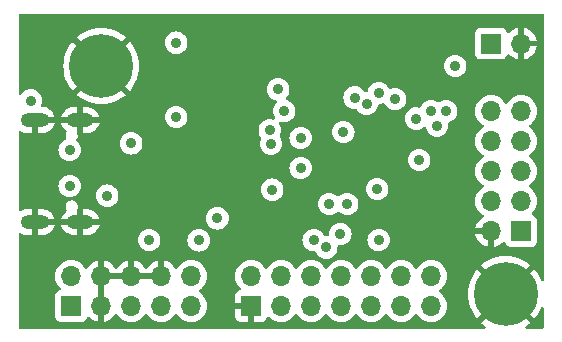
<source format=gbr>
%TF.GenerationSoftware,KiCad,Pcbnew,7.0.6*%
%TF.CreationDate,2023-11-01T23:53:57-04:00*%
%TF.ProjectId,FT2232_Board,46543232-3332-45f4-926f-6172642e6b69,rev?*%
%TF.SameCoordinates,Original*%
%TF.FileFunction,Copper,L2,Inr*%
%TF.FilePolarity,Positive*%
%FSLAX46Y46*%
G04 Gerber Fmt 4.6, Leading zero omitted, Abs format (unit mm)*
G04 Created by KiCad (PCBNEW 7.0.6) date 2023-11-01 23:53:57*
%MOMM*%
%LPD*%
G01*
G04 APERTURE LIST*
%TA.AperFunction,ComponentPad*%
%ADD10C,0.800000*%
%TD*%
%TA.AperFunction,ComponentPad*%
%ADD11C,5.400000*%
%TD*%
%TA.AperFunction,ComponentPad*%
%ADD12R,1.700000X1.700000*%
%TD*%
%TA.AperFunction,ComponentPad*%
%ADD13O,1.700000X1.700000*%
%TD*%
%TA.AperFunction,ComponentPad*%
%ADD14O,2.316000X1.158000*%
%TD*%
%TA.AperFunction,ComponentPad*%
%ADD15O,2.400000X1.200000*%
%TD*%
%TA.AperFunction,ViaPad*%
%ADD16C,0.900000*%
%TD*%
G04 APERTURE END LIST*
D10*
%TO.N,GND*%
%TO.C,H2*%
X147107309Y-99475891D03*
D11*
X148539200Y-98044000D03*
D10*
X148539200Y-100069000D03*
X149971091Y-96612109D03*
X146514200Y-98044000D03*
X148539200Y-96019000D03*
X150564200Y-98044000D03*
X149971091Y-99475891D03*
X147107309Y-96612109D03*
%TD*%
%TO.N,GND*%
%TO.C,H1*%
X112868109Y-80171891D03*
D11*
X114300000Y-78740000D03*
D10*
X114300000Y-80765000D03*
X115731891Y-77308109D03*
X112275000Y-78740000D03*
X114300000Y-76715000D03*
X116325000Y-78740000D03*
X115731891Y-80171891D03*
X112868109Y-77308109D03*
%TD*%
D12*
%TO.N,/VCCIO*%
%TO.C,J4*%
X147315000Y-76835000D03*
D13*
%TO.N,GND*%
X149855000Y-76835000D03*
%TD*%
D12*
%TO.N,GND*%
%TO.C,J3*%
X127000000Y-99060000D03*
D13*
%TO.N,/VCCIO*%
X127000000Y-96520000D03*
%TO.N,/GPIOL0*%
X129540000Y-99060000D03*
%TO.N,/GPIOH0*%
X129540000Y-96520000D03*
%TO.N,/GPIOL1*%
X132080000Y-99060000D03*
%TO.N,/GPIOH1*%
X132080000Y-96520000D03*
%TO.N,/GPIOL2*%
X134620000Y-99060000D03*
%TO.N,/GPIOH2*%
X134620000Y-96520000D03*
%TO.N,/GPIOL3*%
X137160000Y-99060000D03*
%TO.N,/GPIOH3*%
X137160000Y-96520000D03*
%TO.N,/GPIOH6*%
X139700000Y-99060000D03*
%TO.N,/GPIOH4*%
X139700000Y-96520000D03*
%TO.N,/GPIOH7*%
X142240000Y-99060000D03*
%TO.N,/GPIOH5*%
X142240000Y-96520000D03*
%TD*%
D12*
%TO.N,/UART_TX_OUT*%
%TO.C,J5*%
X149860000Y-92710000D03*
D13*
%TO.N,GND*%
X147320000Y-92710000D03*
%TO.N,/UART_RX_IN*%
X149860000Y-90170000D03*
%TO.N,/TXDEN_OUT*%
X147320000Y-90170000D03*
%TO.N,/UART_RTS_OUT*%
X149860000Y-87630000D03*
%TO.N,/UART_RI_IN*%
X147320000Y-87630000D03*
%TO.N,/UART_CTS_IN*%
X149860000Y-85090000D03*
%TO.N,/UART_DCD_IN*%
X147320000Y-85090000D03*
%TO.N,/UART_DTR_OUT*%
X149860000Y-82550000D03*
%TO.N,/UART_DSR_IN*%
X147320000Y-82550000D03*
%TD*%
D12*
%TO.N,/TCK*%
%TO.C,J2*%
X111760000Y-99060000D03*
D13*
%TO.N,/VCCIO*%
X111760000Y-96520000D03*
%TO.N,GND*%
X114300000Y-99060000D03*
X114300000Y-96520000D03*
%TO.N,/TDI*%
X116840000Y-99060000D03*
%TO.N,GND*%
X116840000Y-96520000D03*
%TO.N,/TMS*%
X119380000Y-99060000D03*
%TO.N,GND*%
X119380000Y-96520000D03*
%TO.N,/TDO*%
X121920000Y-99060000D03*
%TO.N,unconnected-(J102-Pin_10-Pad10)*%
X121920000Y-96520000D03*
%TD*%
D14*
%TO.N,GND*%
%TO.C,J1*%
X112523500Y-83308000D03*
X112523500Y-91948000D03*
D15*
X108698500Y-83308000D03*
X108698500Y-91948000D03*
%TD*%
D16*
%TO.N,GND*%
X140360400Y-93573600D03*
X150571200Y-79908400D03*
X132080000Y-76606400D03*
X108254800Y-100126800D03*
X108356400Y-75641200D03*
%TO.N,Net-(U101-OSCO)*%
X128676400Y-85344000D03*
%TO.N,Net-(U101-OSCI)*%
X128574800Y-84175600D03*
%TO.N,GND*%
X140817600Y-80721200D03*
X117957600Y-81991200D03*
X117602000Y-88442800D03*
X124256800Y-88696800D03*
X120548400Y-93370400D03*
%TO.N,/TX_LED*%
X135763000Y-81407000D03*
%TO.N,/RX_LED*%
X136779000Y-81915000D03*
X122555000Y-93495500D03*
%TO.N,/TX_LED*%
X118364000Y-93472000D03*
%TO.N,/3.3V*%
X124142500Y-91630500D03*
%TO.N,GND*%
X128905000Y-91567000D03*
%TO.N,/GPIOL0*%
X133604000Y-90424000D03*
%TO.N,/GPIOL2*%
X135128000Y-90424000D03*
%TO.N,/GPIOL1*%
X133350000Y-94100500D03*
%TO.N,/GPIOL3*%
X134546500Y-92964000D03*
%TO.N,/TXDEN_OUT*%
X140970000Y-83185000D03*
%TO.N,/UART_RI_IN*%
X142240000Y-82550000D03*
%TO.N,/UART_DCD_IN*%
X142735500Y-83820000D03*
%TO.N,/UART_DSR_IN*%
X143510000Y-82550000D03*
%TO.N,Net-(U101-VPHY)*%
X131191000Y-87376000D03*
X131191000Y-84836000D03*
%TO.N,/3.3V*%
X120650000Y-83058000D03*
X120650000Y-76758800D03*
%TO.N,GND*%
X123190000Y-81991200D03*
%TO.N,/3.3V*%
X108331000Y-81661000D03*
%TO.N,Net-(J101-CC2)*%
X111633000Y-88900000D03*
%TO.N,Net-(J101-CC1)*%
X111633000Y-85852000D03*
%TO.N,GND*%
X108331000Y-87503000D03*
%TO.N,/USB_5V*%
X116840000Y-85278000D03*
X114808000Y-89712800D03*
%TO.N,GND*%
X134620000Y-79781400D03*
%TO.N,/VCCIO*%
X132296000Y-93472000D03*
%TO.N,/1.8V*%
X128778000Y-89200000D03*
X137668000Y-89154000D03*
%TO.N,GND*%
X134620000Y-87376000D03*
X132842000Y-89154000D03*
X136144000Y-89154000D03*
X136144000Y-85852000D03*
X127203200Y-78232000D03*
%TO.N,/1.8V*%
X129794000Y-82550000D03*
%TO.N,/3.3V*%
X129286000Y-80721200D03*
X137796000Y-81026000D03*
%TO.N,/1.8V*%
X139192000Y-81534000D03*
%TO.N,/VCCIO*%
X137796000Y-93472000D03*
X134796000Y-84328000D03*
X141224000Y-86700000D03*
X144272000Y-78740000D03*
%TD*%
%TA.AperFunction,Conductor*%
%TO.N,GND*%
G36*
X114550000Y-98624498D02*
G01*
X114442315Y-98575320D01*
X114335763Y-98560000D01*
X114264237Y-98560000D01*
X114157685Y-98575320D01*
X114050000Y-98624498D01*
X114050000Y-96955501D01*
X114157685Y-97004680D01*
X114264237Y-97020000D01*
X114335763Y-97020000D01*
X114442315Y-97004680D01*
X114550000Y-96955501D01*
X114550000Y-98624498D01*
G37*
%TD.AperFunction*%
%TA.AperFunction,Conductor*%
G36*
X116380507Y-96310156D02*
G01*
X116340000Y-96448111D01*
X116340000Y-96591889D01*
X116380507Y-96729844D01*
X116406314Y-96770000D01*
X114733686Y-96770000D01*
X114759493Y-96729844D01*
X114800000Y-96591889D01*
X114800000Y-96448111D01*
X114759493Y-96310156D01*
X114733686Y-96270000D01*
X116406314Y-96270000D01*
X116380507Y-96310156D01*
G37*
%TD.AperFunction*%
%TA.AperFunction,Conductor*%
G36*
X118920507Y-96310156D02*
G01*
X118880000Y-96448111D01*
X118880000Y-96591889D01*
X118920507Y-96729844D01*
X118946314Y-96770000D01*
X117273686Y-96770000D01*
X117299493Y-96729844D01*
X117340000Y-96591889D01*
X117340000Y-96448111D01*
X117299493Y-96310156D01*
X117273686Y-96270000D01*
X118946314Y-96270000D01*
X118920507Y-96310156D01*
G37*
%TD.AperFunction*%
%TA.AperFunction,Conductor*%
G36*
X115891255Y-79977702D02*
G01*
X115829436Y-79936396D01*
X115756515Y-79921891D01*
X115707267Y-79921891D01*
X115634346Y-79936396D01*
X115551651Y-79991651D01*
X115496396Y-80074346D01*
X115476993Y-80171891D01*
X115496396Y-80269436D01*
X115537702Y-80331255D01*
X115061373Y-79854925D01*
X115171078Y-79778110D01*
X115338110Y-79611078D01*
X115414926Y-79501373D01*
X115891255Y-79977702D01*
G37*
%TD.AperFunction*%
%TA.AperFunction,Conductor*%
G36*
X113261890Y-79611078D02*
G01*
X113428922Y-79778110D01*
X113538626Y-79854925D01*
X113062298Y-80331253D01*
X113103604Y-80269436D01*
X113123007Y-80171891D01*
X113103604Y-80074346D01*
X113048349Y-79991651D01*
X112965654Y-79936396D01*
X112892733Y-79921891D01*
X112843485Y-79921891D01*
X112770564Y-79936396D01*
X112708738Y-79977706D01*
X113185073Y-79501372D01*
X113261890Y-79611078D01*
G37*
%TD.AperFunction*%
%TA.AperFunction,Conductor*%
G36*
X113538626Y-77625074D02*
G01*
X113428922Y-77701890D01*
X113261890Y-77868922D01*
X113185073Y-77978627D01*
X112708739Y-77502294D01*
X112770564Y-77543604D01*
X112843485Y-77558109D01*
X112892733Y-77558109D01*
X112965654Y-77543604D01*
X113048349Y-77488349D01*
X113103604Y-77405654D01*
X113123007Y-77308109D01*
X113103604Y-77210564D01*
X113062298Y-77148745D01*
X113538626Y-77625074D01*
G37*
%TD.AperFunction*%
%TA.AperFunction,Conductor*%
G36*
X115496396Y-77210564D02*
G01*
X115476993Y-77308109D01*
X115496396Y-77405654D01*
X115551651Y-77488349D01*
X115634346Y-77543604D01*
X115707267Y-77558109D01*
X115756515Y-77558109D01*
X115829436Y-77543604D01*
X115891252Y-77502299D01*
X115414925Y-77978626D01*
X115338110Y-77868922D01*
X115171078Y-77701890D01*
X115061371Y-77625072D01*
X115537707Y-77148736D01*
X115496396Y-77210564D01*
G37*
%TD.AperFunction*%
%TA.AperFunction,Conductor*%
G36*
X151708039Y-74314685D02*
G01*
X151753794Y-74367489D01*
X151765000Y-74419000D01*
X151765000Y-96846377D01*
X151745315Y-96913416D01*
X151692511Y-96959171D01*
X151623353Y-96969115D01*
X151559797Y-96940090D01*
X151526439Y-96893830D01*
X151426843Y-96653385D01*
X151252984Y-96338810D01*
X151252981Y-96338805D01*
X151045006Y-96045693D01*
X150972355Y-95964397D01*
X150165281Y-96771470D01*
X150206586Y-96709654D01*
X150225989Y-96612109D01*
X150206586Y-96514564D01*
X150151331Y-96431869D01*
X150068636Y-96376614D01*
X149995715Y-96362109D01*
X149946467Y-96362109D01*
X149873546Y-96376614D01*
X149811722Y-96417922D01*
X150618802Y-95610843D01*
X150537506Y-95538193D01*
X150244394Y-95330218D01*
X150244389Y-95330215D01*
X149929813Y-95156355D01*
X149929809Y-95156353D01*
X149597752Y-95018812D01*
X149252394Y-94919316D01*
X149252385Y-94919314D01*
X148898058Y-94859112D01*
X148898046Y-94859110D01*
X148539199Y-94838958D01*
X148180353Y-94859110D01*
X148180341Y-94859112D01*
X147826014Y-94919314D01*
X147826005Y-94919316D01*
X147480647Y-95018812D01*
X147148590Y-95156353D01*
X147148586Y-95156355D01*
X146834010Y-95330215D01*
X146834005Y-95330218D01*
X146540893Y-95538194D01*
X146540885Y-95538199D01*
X146459597Y-95610842D01*
X147266678Y-96417923D01*
X147204854Y-96376614D01*
X147131933Y-96362109D01*
X147082685Y-96362109D01*
X147009764Y-96376614D01*
X146927069Y-96431869D01*
X146871814Y-96514564D01*
X146852411Y-96612109D01*
X146871814Y-96709654D01*
X146913121Y-96771475D01*
X146106043Y-95964397D01*
X146106042Y-95964397D01*
X146033399Y-96045685D01*
X146033394Y-96045693D01*
X145825418Y-96338805D01*
X145825415Y-96338810D01*
X145651555Y-96653386D01*
X145651553Y-96653390D01*
X145514012Y-96985447D01*
X145414516Y-97330805D01*
X145414514Y-97330814D01*
X145354312Y-97685141D01*
X145354310Y-97685153D01*
X145334158Y-98043999D01*
X145354310Y-98402846D01*
X145354312Y-98402858D01*
X145414514Y-98757185D01*
X145414516Y-98757194D01*
X145514012Y-99102552D01*
X145651553Y-99434609D01*
X145651555Y-99434613D01*
X145825415Y-99749189D01*
X145825418Y-99749194D01*
X146033393Y-100042306D01*
X146106043Y-100123601D01*
X146913124Y-99316519D01*
X146871814Y-99378346D01*
X146852411Y-99475891D01*
X146871814Y-99573436D01*
X146927069Y-99656131D01*
X147009764Y-99711386D01*
X147082685Y-99725891D01*
X147131933Y-99725891D01*
X147204854Y-99711386D01*
X147266671Y-99670080D01*
X146459597Y-100477155D01*
X146540893Y-100549806D01*
X146808763Y-100739871D01*
X146852047Y-100794718D01*
X146858807Y-100864260D01*
X146826896Y-100926417D01*
X146766447Y-100961455D01*
X146737008Y-100965000D01*
X107439000Y-100965000D01*
X107371961Y-100945315D01*
X107326206Y-100892511D01*
X107315000Y-100841000D01*
X107315000Y-96913416D01*
X107315000Y-96520000D01*
X110404341Y-96520000D01*
X110424936Y-96755403D01*
X110424938Y-96755413D01*
X110486094Y-96983655D01*
X110486096Y-96983659D01*
X110486097Y-96983663D01*
X110565801Y-97154588D01*
X110585965Y-97197830D01*
X110585967Y-97197834D01*
X110679075Y-97330805D01*
X110721504Y-97391400D01*
X110721506Y-97391402D01*
X110843430Y-97513326D01*
X110876915Y-97574649D01*
X110871931Y-97644341D01*
X110830059Y-97700274D01*
X110799083Y-97717189D01*
X110667669Y-97766203D01*
X110667664Y-97766206D01*
X110552455Y-97852452D01*
X110552452Y-97852455D01*
X110466206Y-97967664D01*
X110466202Y-97967671D01*
X110415908Y-98102517D01*
X110409501Y-98162116D01*
X110409500Y-98162135D01*
X110409500Y-99957870D01*
X110409501Y-99957876D01*
X110415908Y-100017483D01*
X110466202Y-100152328D01*
X110466206Y-100152335D01*
X110552452Y-100267544D01*
X110552455Y-100267547D01*
X110667664Y-100353793D01*
X110667671Y-100353797D01*
X110802517Y-100404091D01*
X110802516Y-100404091D01*
X110809444Y-100404835D01*
X110862127Y-100410500D01*
X112657872Y-100410499D01*
X112717483Y-100404091D01*
X112852331Y-100353796D01*
X112967546Y-100267546D01*
X113053796Y-100152331D01*
X113053888Y-100152086D01*
X113073874Y-100098498D01*
X113103002Y-100020401D01*
X113144872Y-99964468D01*
X113210337Y-99940050D01*
X113278610Y-99954901D01*
X113306865Y-99976053D01*
X113428917Y-100098105D01*
X113622421Y-100233600D01*
X113836507Y-100333429D01*
X113836516Y-100333433D01*
X114050000Y-100390634D01*
X114050000Y-99495501D01*
X114157685Y-99544680D01*
X114264237Y-99560000D01*
X114335763Y-99560000D01*
X114442315Y-99544680D01*
X114550000Y-99495501D01*
X114550000Y-100390633D01*
X114763483Y-100333433D01*
X114763492Y-100333429D01*
X114977578Y-100233600D01*
X115171082Y-100098105D01*
X115338105Y-99931082D01*
X115468119Y-99745405D01*
X115522696Y-99701781D01*
X115592195Y-99694588D01*
X115654549Y-99726110D01*
X115671269Y-99745405D01*
X115801505Y-99931401D01*
X115968599Y-100098495D01*
X116065384Y-100166264D01*
X116162165Y-100234032D01*
X116162167Y-100234033D01*
X116162170Y-100234035D01*
X116376337Y-100333903D01*
X116604592Y-100395063D01*
X116781034Y-100410500D01*
X116839999Y-100415659D01*
X116840000Y-100415659D01*
X116840001Y-100415659D01*
X116898966Y-100410500D01*
X117075408Y-100395063D01*
X117303663Y-100333903D01*
X117517830Y-100234035D01*
X117711401Y-100098495D01*
X117878495Y-99931401D01*
X118008426Y-99745840D01*
X118063001Y-99702217D01*
X118132499Y-99695023D01*
X118194854Y-99726546D01*
X118211574Y-99745841D01*
X118213922Y-99749194D01*
X118341505Y-99931401D01*
X118508599Y-100098495D01*
X118605384Y-100166264D01*
X118702165Y-100234032D01*
X118702167Y-100234033D01*
X118702170Y-100234035D01*
X118916337Y-100333903D01*
X119144592Y-100395063D01*
X119321034Y-100410500D01*
X119379999Y-100415659D01*
X119380000Y-100415659D01*
X119380001Y-100415659D01*
X119438966Y-100410500D01*
X119615408Y-100395063D01*
X119843663Y-100333903D01*
X120057830Y-100234035D01*
X120251401Y-100098495D01*
X120418495Y-99931401D01*
X120548426Y-99745841D01*
X120603002Y-99702217D01*
X120672500Y-99695023D01*
X120734855Y-99726546D01*
X120751575Y-99745842D01*
X120881500Y-99931395D01*
X120881505Y-99931401D01*
X121048599Y-100098495D01*
X121145384Y-100166264D01*
X121242165Y-100234032D01*
X121242167Y-100234033D01*
X121242170Y-100234035D01*
X121456337Y-100333903D01*
X121684592Y-100395063D01*
X121861034Y-100410500D01*
X121919999Y-100415659D01*
X121920000Y-100415659D01*
X121920001Y-100415659D01*
X121978966Y-100410500D01*
X122155408Y-100395063D01*
X122383663Y-100333903D01*
X122597830Y-100234035D01*
X122791401Y-100098495D01*
X122958495Y-99931401D01*
X123094035Y-99737830D01*
X123193903Y-99523663D01*
X123255063Y-99295408D01*
X123275659Y-99060000D01*
X123255063Y-98824592D01*
X123193903Y-98596337D01*
X123094035Y-98382171D01*
X123088731Y-98374595D01*
X122958494Y-98188597D01*
X122791402Y-98021506D01*
X122791396Y-98021501D01*
X122605842Y-97891575D01*
X122562217Y-97836998D01*
X122555023Y-97767500D01*
X122586546Y-97705145D01*
X122605842Y-97688425D01*
X122718054Y-97609853D01*
X122791401Y-97558495D01*
X122958495Y-97391401D01*
X123094035Y-97197830D01*
X123193903Y-96983663D01*
X123255063Y-96755408D01*
X123275659Y-96520000D01*
X125644341Y-96520000D01*
X125664936Y-96755403D01*
X125664938Y-96755413D01*
X125726094Y-96983655D01*
X125726096Y-96983659D01*
X125726097Y-96983663D01*
X125805801Y-97154588D01*
X125825965Y-97197830D01*
X125825967Y-97197834D01*
X125919075Y-97330805D01*
X125961504Y-97391400D01*
X125961506Y-97391402D01*
X126083818Y-97513714D01*
X126117303Y-97575037D01*
X126112319Y-97644729D01*
X126070447Y-97700662D01*
X126039471Y-97717577D01*
X125907912Y-97766646D01*
X125907906Y-97766649D01*
X125792812Y-97852809D01*
X125792809Y-97852812D01*
X125706649Y-97967906D01*
X125706645Y-97967913D01*
X125656403Y-98102620D01*
X125656401Y-98102627D01*
X125650000Y-98162155D01*
X125650000Y-98810000D01*
X126566314Y-98810000D01*
X126540507Y-98850156D01*
X126500000Y-98988111D01*
X126500000Y-99131889D01*
X126540507Y-99269844D01*
X126566314Y-99310000D01*
X125650000Y-99310000D01*
X125650000Y-99957844D01*
X125656401Y-100017372D01*
X125656403Y-100017379D01*
X125706645Y-100152086D01*
X125706649Y-100152093D01*
X125792809Y-100267187D01*
X125792812Y-100267190D01*
X125907906Y-100353350D01*
X125907913Y-100353354D01*
X126042620Y-100403596D01*
X126042627Y-100403598D01*
X126102155Y-100409999D01*
X126102172Y-100410000D01*
X126750000Y-100410000D01*
X126750000Y-99495501D01*
X126857685Y-99544680D01*
X126964237Y-99560000D01*
X127035763Y-99560000D01*
X127142315Y-99544680D01*
X127250000Y-99495501D01*
X127250000Y-100410000D01*
X127897828Y-100410000D01*
X127897844Y-100409999D01*
X127957372Y-100403598D01*
X127957379Y-100403596D01*
X128092086Y-100353354D01*
X128092093Y-100353350D01*
X128207187Y-100267190D01*
X128207190Y-100267187D01*
X128293350Y-100152093D01*
X128293354Y-100152086D01*
X128342422Y-100020529D01*
X128384293Y-99964595D01*
X128449757Y-99940178D01*
X128518030Y-99955030D01*
X128546285Y-99976181D01*
X128668599Y-100098495D01*
X128765384Y-100166264D01*
X128862165Y-100234032D01*
X128862167Y-100234033D01*
X128862170Y-100234035D01*
X129076337Y-100333903D01*
X129304592Y-100395063D01*
X129481034Y-100410500D01*
X129539999Y-100415659D01*
X129540000Y-100415659D01*
X129540001Y-100415659D01*
X129598966Y-100410500D01*
X129775408Y-100395063D01*
X130003663Y-100333903D01*
X130217830Y-100234035D01*
X130411401Y-100098495D01*
X130578495Y-99931401D01*
X130708426Y-99745841D01*
X130763002Y-99702217D01*
X130832500Y-99695023D01*
X130894855Y-99726546D01*
X130911575Y-99745842D01*
X131041500Y-99931395D01*
X131041505Y-99931401D01*
X131208599Y-100098495D01*
X131305384Y-100166264D01*
X131402165Y-100234032D01*
X131402167Y-100234033D01*
X131402170Y-100234035D01*
X131616337Y-100333903D01*
X131844592Y-100395063D01*
X132021034Y-100410500D01*
X132079999Y-100415659D01*
X132080000Y-100415659D01*
X132080001Y-100415659D01*
X132138966Y-100410500D01*
X132315408Y-100395063D01*
X132543663Y-100333903D01*
X132757830Y-100234035D01*
X132951401Y-100098495D01*
X133118495Y-99931401D01*
X133248426Y-99745840D01*
X133303001Y-99702217D01*
X133372499Y-99695023D01*
X133434854Y-99726546D01*
X133451574Y-99745841D01*
X133453922Y-99749194D01*
X133581505Y-99931401D01*
X133748599Y-100098495D01*
X133845384Y-100166264D01*
X133942165Y-100234032D01*
X133942167Y-100234033D01*
X133942170Y-100234035D01*
X134156337Y-100333903D01*
X134384592Y-100395063D01*
X134561034Y-100410500D01*
X134619999Y-100415659D01*
X134620000Y-100415659D01*
X134620001Y-100415659D01*
X134678966Y-100410500D01*
X134855408Y-100395063D01*
X135083663Y-100333903D01*
X135297830Y-100234035D01*
X135491401Y-100098495D01*
X135658495Y-99931401D01*
X135788426Y-99745841D01*
X135843002Y-99702217D01*
X135912500Y-99695023D01*
X135974855Y-99726546D01*
X135991575Y-99745842D01*
X136121500Y-99931395D01*
X136121505Y-99931401D01*
X136288599Y-100098495D01*
X136385384Y-100166265D01*
X136482165Y-100234032D01*
X136482167Y-100234033D01*
X136482170Y-100234035D01*
X136696337Y-100333903D01*
X136924592Y-100395063D01*
X137101034Y-100410500D01*
X137159999Y-100415659D01*
X137160000Y-100415659D01*
X137160001Y-100415659D01*
X137218966Y-100410500D01*
X137395408Y-100395063D01*
X137623663Y-100333903D01*
X137837830Y-100234035D01*
X138031401Y-100098495D01*
X138198495Y-99931401D01*
X138328426Y-99745841D01*
X138383002Y-99702217D01*
X138452500Y-99695023D01*
X138514855Y-99726546D01*
X138531575Y-99745842D01*
X138661500Y-99931395D01*
X138661505Y-99931401D01*
X138828599Y-100098495D01*
X138925384Y-100166265D01*
X139022165Y-100234032D01*
X139022167Y-100234033D01*
X139022170Y-100234035D01*
X139236337Y-100333903D01*
X139464592Y-100395063D01*
X139641034Y-100410500D01*
X139699999Y-100415659D01*
X139700000Y-100415659D01*
X139700001Y-100415659D01*
X139758966Y-100410500D01*
X139935408Y-100395063D01*
X140163663Y-100333903D01*
X140377830Y-100234035D01*
X140571401Y-100098495D01*
X140738495Y-99931401D01*
X140868426Y-99745841D01*
X140923002Y-99702217D01*
X140992500Y-99695023D01*
X141054855Y-99726546D01*
X141071575Y-99745842D01*
X141201500Y-99931395D01*
X141201505Y-99931401D01*
X141368599Y-100098495D01*
X141465384Y-100166265D01*
X141562165Y-100234032D01*
X141562167Y-100234033D01*
X141562170Y-100234035D01*
X141776337Y-100333903D01*
X142004592Y-100395063D01*
X142181034Y-100410500D01*
X142239999Y-100415659D01*
X142240000Y-100415659D01*
X142240001Y-100415659D01*
X142298966Y-100410500D01*
X142475408Y-100395063D01*
X142703663Y-100333903D01*
X142917830Y-100234035D01*
X143111401Y-100098495D01*
X143278495Y-99931401D01*
X143414035Y-99737830D01*
X143513903Y-99523663D01*
X143575063Y-99295408D01*
X143595659Y-99060000D01*
X143575063Y-98824592D01*
X143513903Y-98596337D01*
X143414035Y-98382171D01*
X143408731Y-98374595D01*
X143278494Y-98188597D01*
X143111402Y-98021506D01*
X143111396Y-98021501D01*
X142925842Y-97891575D01*
X142882217Y-97836998D01*
X142875023Y-97767500D01*
X142906546Y-97705145D01*
X142925842Y-97688425D01*
X143038054Y-97609853D01*
X143111401Y-97558495D01*
X143278495Y-97391401D01*
X143414035Y-97197830D01*
X143513903Y-96983663D01*
X143575063Y-96755408D01*
X143595659Y-96520000D01*
X143575063Y-96284592D01*
X143513903Y-96056337D01*
X143414035Y-95842171D01*
X143408731Y-95834595D01*
X143278494Y-95648597D01*
X143111402Y-95481506D01*
X143111395Y-95481501D01*
X142917834Y-95345967D01*
X142917830Y-95345965D01*
X142917829Y-95345964D01*
X142703663Y-95246097D01*
X142703659Y-95246096D01*
X142703655Y-95246094D01*
X142475413Y-95184938D01*
X142475403Y-95184936D01*
X142240001Y-95164341D01*
X142239999Y-95164341D01*
X142004596Y-95184936D01*
X142004586Y-95184938D01*
X141776344Y-95246094D01*
X141776335Y-95246098D01*
X141562171Y-95345964D01*
X141562169Y-95345965D01*
X141368597Y-95481505D01*
X141201505Y-95648597D01*
X141071575Y-95834158D01*
X141016998Y-95877783D01*
X140947500Y-95884977D01*
X140885145Y-95853454D01*
X140868425Y-95834158D01*
X140738494Y-95648597D01*
X140571402Y-95481506D01*
X140571395Y-95481501D01*
X140377834Y-95345967D01*
X140377830Y-95345965D01*
X140377830Y-95345964D01*
X140163663Y-95246097D01*
X140163659Y-95246096D01*
X140163655Y-95246094D01*
X139935413Y-95184938D01*
X139935403Y-95184936D01*
X139700001Y-95164341D01*
X139699999Y-95164341D01*
X139464596Y-95184936D01*
X139464586Y-95184938D01*
X139236344Y-95246094D01*
X139236335Y-95246098D01*
X139022171Y-95345964D01*
X139022169Y-95345965D01*
X138828597Y-95481505D01*
X138661505Y-95648597D01*
X138531575Y-95834158D01*
X138476998Y-95877783D01*
X138407500Y-95884977D01*
X138345145Y-95853454D01*
X138328425Y-95834158D01*
X138198494Y-95648597D01*
X138031402Y-95481506D01*
X138031395Y-95481501D01*
X137837834Y-95345967D01*
X137837830Y-95345965D01*
X137837830Y-95345964D01*
X137623663Y-95246097D01*
X137623659Y-95246096D01*
X137623655Y-95246094D01*
X137395413Y-95184938D01*
X137395403Y-95184936D01*
X137160001Y-95164341D01*
X137159999Y-95164341D01*
X136924596Y-95184936D01*
X136924586Y-95184938D01*
X136696344Y-95246094D01*
X136696335Y-95246098D01*
X136482171Y-95345964D01*
X136482169Y-95345965D01*
X136288597Y-95481505D01*
X136121505Y-95648597D01*
X135991575Y-95834158D01*
X135936998Y-95877783D01*
X135867500Y-95884977D01*
X135805145Y-95853454D01*
X135788425Y-95834158D01*
X135658494Y-95648597D01*
X135491402Y-95481506D01*
X135491395Y-95481501D01*
X135297834Y-95345967D01*
X135297830Y-95345965D01*
X135297829Y-95345964D01*
X135083663Y-95246097D01*
X135083659Y-95246096D01*
X135083655Y-95246094D01*
X134855413Y-95184938D01*
X134855403Y-95184936D01*
X134620001Y-95164341D01*
X134619999Y-95164341D01*
X134384596Y-95184936D01*
X134384586Y-95184938D01*
X134156344Y-95246094D01*
X134156335Y-95246098D01*
X133942171Y-95345964D01*
X133942169Y-95345965D01*
X133748597Y-95481505D01*
X133581505Y-95648597D01*
X133451575Y-95834158D01*
X133396998Y-95877783D01*
X133327500Y-95884977D01*
X133265145Y-95853454D01*
X133248425Y-95834158D01*
X133118494Y-95648597D01*
X132951402Y-95481506D01*
X132951395Y-95481501D01*
X132757834Y-95345967D01*
X132757830Y-95345965D01*
X132757830Y-95345964D01*
X132543663Y-95246097D01*
X132543659Y-95246096D01*
X132543655Y-95246094D01*
X132315413Y-95184938D01*
X132315403Y-95184936D01*
X132080001Y-95164341D01*
X132079999Y-95164341D01*
X131844596Y-95184936D01*
X131844586Y-95184938D01*
X131616344Y-95246094D01*
X131616335Y-95246098D01*
X131402171Y-95345964D01*
X131402169Y-95345965D01*
X131208597Y-95481505D01*
X131041505Y-95648597D01*
X130911575Y-95834158D01*
X130856998Y-95877783D01*
X130787500Y-95884977D01*
X130725145Y-95853454D01*
X130708425Y-95834158D01*
X130578494Y-95648597D01*
X130411402Y-95481506D01*
X130411395Y-95481501D01*
X130217834Y-95345967D01*
X130217830Y-95345965D01*
X130217829Y-95345964D01*
X130003663Y-95246097D01*
X130003659Y-95246096D01*
X130003655Y-95246094D01*
X129775413Y-95184938D01*
X129775403Y-95184936D01*
X129540001Y-95164341D01*
X129539999Y-95164341D01*
X129304596Y-95184936D01*
X129304586Y-95184938D01*
X129076344Y-95246094D01*
X129076335Y-95246098D01*
X128862171Y-95345964D01*
X128862169Y-95345965D01*
X128668597Y-95481505D01*
X128501505Y-95648597D01*
X128371575Y-95834158D01*
X128316998Y-95877783D01*
X128247500Y-95884977D01*
X128185145Y-95853454D01*
X128168425Y-95834158D01*
X128038494Y-95648597D01*
X127871402Y-95481506D01*
X127871395Y-95481501D01*
X127677834Y-95345967D01*
X127677830Y-95345965D01*
X127677829Y-95345964D01*
X127463663Y-95246097D01*
X127463659Y-95246096D01*
X127463655Y-95246094D01*
X127235413Y-95184938D01*
X127235403Y-95184936D01*
X127000001Y-95164341D01*
X126999999Y-95164341D01*
X126764596Y-95184936D01*
X126764586Y-95184938D01*
X126536344Y-95246094D01*
X126536335Y-95246098D01*
X126322171Y-95345964D01*
X126322169Y-95345965D01*
X126128597Y-95481505D01*
X125961505Y-95648597D01*
X125825965Y-95842169D01*
X125825964Y-95842171D01*
X125726098Y-96056335D01*
X125726094Y-96056344D01*
X125664938Y-96284586D01*
X125664936Y-96284596D01*
X125644341Y-96519999D01*
X125644341Y-96520000D01*
X123275659Y-96520000D01*
X123255063Y-96284592D01*
X123193903Y-96056337D01*
X123094035Y-95842171D01*
X123088731Y-95834595D01*
X122958494Y-95648597D01*
X122791402Y-95481506D01*
X122791395Y-95481501D01*
X122597834Y-95345967D01*
X122597830Y-95345965D01*
X122597829Y-95345964D01*
X122383663Y-95246097D01*
X122383659Y-95246096D01*
X122383655Y-95246094D01*
X122155413Y-95184938D01*
X122155403Y-95184936D01*
X121920001Y-95164341D01*
X121919999Y-95164341D01*
X121684596Y-95184936D01*
X121684586Y-95184938D01*
X121456344Y-95246094D01*
X121456335Y-95246098D01*
X121242171Y-95345964D01*
X121242169Y-95345965D01*
X121048597Y-95481505D01*
X120881508Y-95648594D01*
X120751269Y-95834595D01*
X120696692Y-95878219D01*
X120627193Y-95885412D01*
X120564839Y-95853890D01*
X120548119Y-95834594D01*
X120418113Y-95648926D01*
X120418108Y-95648920D01*
X120251082Y-95481894D01*
X120057578Y-95346399D01*
X119843492Y-95246570D01*
X119843486Y-95246567D01*
X119630000Y-95189364D01*
X119630000Y-96084498D01*
X119522315Y-96035320D01*
X119415763Y-96020000D01*
X119344237Y-96020000D01*
X119237685Y-96035320D01*
X119130000Y-96084498D01*
X119130000Y-95189364D01*
X119129999Y-95189364D01*
X118916513Y-95246567D01*
X118916507Y-95246570D01*
X118702422Y-95346399D01*
X118702420Y-95346400D01*
X118508926Y-95481886D01*
X118508920Y-95481891D01*
X118341891Y-95648920D01*
X118341890Y-95648922D01*
X118211575Y-95835031D01*
X118156998Y-95878655D01*
X118087499Y-95885848D01*
X118025145Y-95854326D01*
X118008425Y-95835031D01*
X117878109Y-95648922D01*
X117878108Y-95648920D01*
X117711082Y-95481894D01*
X117517578Y-95346399D01*
X117303492Y-95246570D01*
X117303486Y-95246567D01*
X117090000Y-95189364D01*
X117090000Y-96084498D01*
X116982315Y-96035320D01*
X116875763Y-96020000D01*
X116804237Y-96020000D01*
X116697685Y-96035320D01*
X116590000Y-96084498D01*
X116590000Y-95189364D01*
X116589999Y-95189364D01*
X116376513Y-95246567D01*
X116376507Y-95246570D01*
X116162422Y-95346399D01*
X116162420Y-95346400D01*
X115968926Y-95481886D01*
X115968920Y-95481891D01*
X115801891Y-95648920D01*
X115801890Y-95648922D01*
X115671575Y-95835031D01*
X115616998Y-95878655D01*
X115547499Y-95885848D01*
X115485145Y-95854326D01*
X115468425Y-95835031D01*
X115338109Y-95648922D01*
X115338108Y-95648920D01*
X115171082Y-95481894D01*
X114977578Y-95346399D01*
X114763492Y-95246570D01*
X114763486Y-95246567D01*
X114550000Y-95189364D01*
X114550000Y-96084498D01*
X114442315Y-96035320D01*
X114335763Y-96020000D01*
X114264237Y-96020000D01*
X114157685Y-96035320D01*
X114050000Y-96084498D01*
X114050000Y-95189364D01*
X114049999Y-95189364D01*
X113836513Y-95246567D01*
X113836507Y-95246570D01*
X113622422Y-95346399D01*
X113622420Y-95346400D01*
X113428926Y-95481886D01*
X113428920Y-95481891D01*
X113261891Y-95648920D01*
X113261890Y-95648922D01*
X113131880Y-95834595D01*
X113077303Y-95878219D01*
X113007804Y-95885412D01*
X112945450Y-95853890D01*
X112928730Y-95834594D01*
X112798494Y-95648597D01*
X112631402Y-95481506D01*
X112631395Y-95481501D01*
X112437834Y-95345967D01*
X112437830Y-95345965D01*
X112437830Y-95345964D01*
X112223663Y-95246097D01*
X112223659Y-95246096D01*
X112223655Y-95246094D01*
X111995413Y-95184938D01*
X111995403Y-95184936D01*
X111760001Y-95164341D01*
X111759999Y-95164341D01*
X111524596Y-95184936D01*
X111524586Y-95184938D01*
X111296344Y-95246094D01*
X111296335Y-95246098D01*
X111082171Y-95345964D01*
X111082169Y-95345965D01*
X110888597Y-95481505D01*
X110721505Y-95648597D01*
X110585965Y-95842169D01*
X110585964Y-95842171D01*
X110486098Y-96056335D01*
X110486094Y-96056344D01*
X110424938Y-96284586D01*
X110424936Y-96284596D01*
X110404341Y-96519999D01*
X110404341Y-96520000D01*
X107315000Y-96520000D01*
X107315000Y-93471999D01*
X117408901Y-93471999D01*
X117427252Y-93658331D01*
X117427253Y-93658333D01*
X117481604Y-93837502D01*
X117569862Y-94002623D01*
X117569864Y-94002626D01*
X117688642Y-94147357D01*
X117833373Y-94266135D01*
X117833376Y-94266137D01*
X117998497Y-94354395D01*
X117998499Y-94354396D01*
X118075968Y-94377896D01*
X118177666Y-94408746D01*
X118177668Y-94408747D01*
X118194374Y-94410392D01*
X118364000Y-94427099D01*
X118550331Y-94408747D01*
X118729501Y-94354396D01*
X118894625Y-94266136D01*
X119039357Y-94147357D01*
X119158136Y-94002625D01*
X119246396Y-93837501D01*
X119300747Y-93658331D01*
X119316785Y-93495499D01*
X121599901Y-93495499D01*
X121618252Y-93681831D01*
X121618253Y-93681833D01*
X121672604Y-93861002D01*
X121760862Y-94026123D01*
X121760864Y-94026126D01*
X121879642Y-94170857D01*
X122024373Y-94289635D01*
X122024376Y-94289637D01*
X122145531Y-94354395D01*
X122189499Y-94377896D01*
X122368666Y-94432246D01*
X122368668Y-94432247D01*
X122385374Y-94433892D01*
X122555000Y-94450599D01*
X122741331Y-94432247D01*
X122920501Y-94377896D01*
X123085625Y-94289636D01*
X123230357Y-94170857D01*
X123349136Y-94026125D01*
X123437396Y-93861001D01*
X123491747Y-93681831D01*
X123510099Y-93495500D01*
X123507784Y-93472000D01*
X131340901Y-93472000D01*
X131359252Y-93658331D01*
X131359253Y-93658333D01*
X131413604Y-93837502D01*
X131501862Y-94002623D01*
X131501864Y-94002626D01*
X131620642Y-94147357D01*
X131765373Y-94266135D01*
X131765376Y-94266137D01*
X131930497Y-94354395D01*
X131930499Y-94354396D01*
X132007968Y-94377896D01*
X132109666Y-94408746D01*
X132109668Y-94408747D01*
X132128019Y-94410554D01*
X132296000Y-94427099D01*
X132356812Y-94421109D01*
X132425457Y-94434127D01*
X132476168Y-94482192D01*
X132478324Y-94486059D01*
X132555862Y-94631123D01*
X132555864Y-94631126D01*
X132674642Y-94775857D01*
X132819373Y-94894635D01*
X132819376Y-94894637D01*
X132865548Y-94919316D01*
X132984499Y-94982896D01*
X133163666Y-95037246D01*
X133163668Y-95037247D01*
X133180374Y-95038892D01*
X133350000Y-95055599D01*
X133536331Y-95037247D01*
X133715501Y-94982896D01*
X133880625Y-94894636D01*
X134025357Y-94775857D01*
X134144136Y-94631125D01*
X134232396Y-94466001D01*
X134286747Y-94286831D01*
X134305099Y-94100500D01*
X134299502Y-94043678D01*
X134312520Y-93975035D01*
X134360585Y-93924324D01*
X134428435Y-93907649D01*
X134435058Y-93908122D01*
X134546500Y-93919099D01*
X134732831Y-93900747D01*
X134912001Y-93846396D01*
X135077125Y-93758136D01*
X135221857Y-93639357D01*
X135340636Y-93494625D01*
X135352729Y-93472000D01*
X136840901Y-93472000D01*
X136859252Y-93658331D01*
X136859253Y-93658333D01*
X136913604Y-93837502D01*
X137001862Y-94002623D01*
X137001864Y-94002626D01*
X137120642Y-94147357D01*
X137265373Y-94266135D01*
X137265376Y-94266137D01*
X137430497Y-94354395D01*
X137430499Y-94354396D01*
X137507968Y-94377896D01*
X137609666Y-94408746D01*
X137609668Y-94408747D01*
X137626374Y-94410392D01*
X137796000Y-94427099D01*
X137982331Y-94408747D01*
X138161501Y-94354396D01*
X138326625Y-94266136D01*
X138471357Y-94147357D01*
X138590136Y-94002625D01*
X138678396Y-93837501D01*
X138732747Y-93658331D01*
X138751099Y-93472000D01*
X138732747Y-93285669D01*
X138678396Y-93106499D01*
X138647128Y-93048000D01*
X138590137Y-92941376D01*
X138590135Y-92941373D01*
X138471357Y-92796642D01*
X138326626Y-92677864D01*
X138326623Y-92677862D01*
X138161502Y-92589604D01*
X137982333Y-92535253D01*
X137982331Y-92535252D01*
X137796000Y-92516901D01*
X137609668Y-92535252D01*
X137609666Y-92535253D01*
X137430497Y-92589604D01*
X137265376Y-92677862D01*
X137265373Y-92677864D01*
X137120642Y-92796642D01*
X137001864Y-92941373D01*
X137001862Y-92941376D01*
X136913604Y-93106497D01*
X136859253Y-93285666D01*
X136859252Y-93285668D01*
X136840901Y-93472000D01*
X135352729Y-93472000D01*
X135428896Y-93329501D01*
X135483247Y-93150331D01*
X135501599Y-92964000D01*
X135483247Y-92777669D01*
X135428896Y-92598499D01*
X135412191Y-92567246D01*
X135340637Y-92433376D01*
X135340635Y-92433373D01*
X135221857Y-92288642D01*
X135077126Y-92169864D01*
X135077123Y-92169862D01*
X134912002Y-92081604D01*
X134732833Y-92027253D01*
X134732831Y-92027252D01*
X134546500Y-92008901D01*
X134360168Y-92027252D01*
X134360166Y-92027253D01*
X134180997Y-92081604D01*
X134015876Y-92169862D01*
X134015873Y-92169864D01*
X133871142Y-92288642D01*
X133752364Y-92433373D01*
X133752362Y-92433376D01*
X133664104Y-92598497D01*
X133609753Y-92777666D01*
X133609752Y-92777668D01*
X133591401Y-92964000D01*
X133596997Y-93020819D01*
X133583978Y-93089465D01*
X133535913Y-93140175D01*
X133468062Y-93156850D01*
X133461441Y-93156376D01*
X133350001Y-93145401D01*
X133350000Y-93145401D01*
X133289185Y-93151390D01*
X133220539Y-93138370D01*
X133169829Y-93090305D01*
X133167691Y-93086472D01*
X133090136Y-92941375D01*
X133054013Y-92897359D01*
X132971357Y-92796642D01*
X132826626Y-92677864D01*
X132826623Y-92677862D01*
X132661502Y-92589604D01*
X132482333Y-92535253D01*
X132482331Y-92535252D01*
X132296000Y-92516901D01*
X132109668Y-92535252D01*
X132109666Y-92535253D01*
X131930497Y-92589604D01*
X131765376Y-92677862D01*
X131765373Y-92677864D01*
X131620642Y-92796642D01*
X131501864Y-92941373D01*
X131501862Y-92941376D01*
X131413604Y-93106497D01*
X131359253Y-93285666D01*
X131359252Y-93285668D01*
X131340901Y-93472000D01*
X123507784Y-93472000D01*
X123491747Y-93309169D01*
X123437396Y-93129999D01*
X123393567Y-93048000D01*
X123349137Y-92964876D01*
X123349135Y-92964873D01*
X123230357Y-92820142D01*
X123085626Y-92701364D01*
X123085623Y-92701362D01*
X122920502Y-92613104D01*
X122741333Y-92558753D01*
X122741331Y-92558752D01*
X122555000Y-92540401D01*
X122368668Y-92558752D01*
X122368666Y-92558753D01*
X122189497Y-92613104D01*
X122024376Y-92701362D01*
X122024373Y-92701364D01*
X121879642Y-92820142D01*
X121760864Y-92964873D01*
X121760862Y-92964876D01*
X121672604Y-93129997D01*
X121618253Y-93309166D01*
X121618252Y-93309168D01*
X121599901Y-93495499D01*
X119316785Y-93495499D01*
X119319099Y-93472000D01*
X119300747Y-93285669D01*
X119246396Y-93106499D01*
X119215128Y-93048000D01*
X119158137Y-92941376D01*
X119158135Y-92941373D01*
X119039357Y-92796642D01*
X118894626Y-92677864D01*
X118894623Y-92677862D01*
X118729502Y-92589604D01*
X118550333Y-92535253D01*
X118550331Y-92535252D01*
X118364000Y-92516901D01*
X118177668Y-92535252D01*
X118177666Y-92535253D01*
X117998497Y-92589604D01*
X117833376Y-92677862D01*
X117833373Y-92677864D01*
X117688642Y-92796642D01*
X117569864Y-92941373D01*
X117569862Y-92941376D01*
X117481604Y-93106497D01*
X117427253Y-93285666D01*
X117427252Y-93285668D01*
X117408901Y-93471999D01*
X107315000Y-93471999D01*
X107315000Y-92979133D01*
X107334684Y-92912098D01*
X107387488Y-92866343D01*
X107456646Y-92856399D01*
X107506038Y-92874821D01*
X107592157Y-92930166D01*
X107787185Y-93008244D01*
X107993462Y-93048000D01*
X108448500Y-93048000D01*
X108448500Y-92273000D01*
X108948500Y-92273000D01*
X108948500Y-93048000D01*
X109350898Y-93048000D01*
X109507622Y-93033034D01*
X109507626Y-93033033D01*
X109709186Y-92973850D01*
X109895914Y-92877586D01*
X110061037Y-92747731D01*
X110061040Y-92747728D01*
X110198605Y-92588969D01*
X110198614Y-92588958D01*
X110303644Y-92407039D01*
X110303647Y-92407032D01*
X110372355Y-92208517D01*
X110372355Y-92208515D01*
X110373868Y-92198000D01*
X109562983Y-92198000D01*
X109634301Y-92113007D01*
X109673500Y-92005306D01*
X109673500Y-91890694D01*
X109634301Y-91782993D01*
X109562983Y-91698000D01*
X110369757Y-91698000D01*
X110890349Y-91698000D01*
X111809017Y-91698000D01*
X111737699Y-91782993D01*
X111698500Y-91890694D01*
X111698500Y-92005306D01*
X111737699Y-92113007D01*
X111809017Y-92198000D01*
X110894852Y-92198000D01*
X110920206Y-92302510D01*
X111005807Y-92489952D01*
X111005809Y-92489956D01*
X111125332Y-92657804D01*
X111125343Y-92657816D01*
X111274473Y-92800010D01*
X111447820Y-92911413D01*
X111639129Y-92988002D01*
X111841467Y-93027000D01*
X112273500Y-93027000D01*
X112273500Y-92273000D01*
X112773500Y-92273000D01*
X112773500Y-93027000D01*
X113153903Y-93027000D01*
X113307620Y-93012321D01*
X113307634Y-93012318D01*
X113505345Y-92954265D01*
X113688505Y-92859840D01*
X113850484Y-92732458D01*
X113985427Y-92576725D01*
X114088455Y-92398275D01*
X114155853Y-92203541D01*
X114156651Y-92198000D01*
X113237983Y-92198000D01*
X113309301Y-92113007D01*
X113348500Y-92005306D01*
X113348500Y-91890694D01*
X113309301Y-91782993D01*
X113237983Y-91698000D01*
X114152148Y-91698000D01*
X114152147Y-91697999D01*
X114135772Y-91630500D01*
X123187401Y-91630500D01*
X123205752Y-91816831D01*
X123205753Y-91816833D01*
X123260104Y-91996002D01*
X123348362Y-92161123D01*
X123348364Y-92161126D01*
X123467142Y-92305857D01*
X123611873Y-92424635D01*
X123611876Y-92424637D01*
X123714865Y-92479685D01*
X123776999Y-92512896D01*
X123956166Y-92567246D01*
X123956168Y-92567247D01*
X123972874Y-92568892D01*
X124142500Y-92585599D01*
X124328831Y-92567247D01*
X124508001Y-92512896D01*
X124673125Y-92424636D01*
X124817857Y-92305857D01*
X124936636Y-92161125D01*
X125024896Y-91996001D01*
X125079247Y-91816831D01*
X125097599Y-91630500D01*
X125079247Y-91444169D01*
X125024896Y-91264999D01*
X125024895Y-91264997D01*
X124936637Y-91099876D01*
X124936635Y-91099873D01*
X124817857Y-90955142D01*
X124673126Y-90836364D01*
X124673123Y-90836362D01*
X124508002Y-90748104D01*
X124328833Y-90693753D01*
X124328831Y-90693752D01*
X124142500Y-90675401D01*
X123956168Y-90693752D01*
X123956166Y-90693753D01*
X123776997Y-90748104D01*
X123611876Y-90836362D01*
X123611873Y-90836364D01*
X123467142Y-90955142D01*
X123348364Y-91099873D01*
X123348362Y-91099876D01*
X123260104Y-91264997D01*
X123205753Y-91444166D01*
X123205752Y-91444168D01*
X123187401Y-91630500D01*
X114135772Y-91630500D01*
X114126793Y-91593489D01*
X114041192Y-91406047D01*
X114041190Y-91406043D01*
X113921667Y-91238195D01*
X113921656Y-91238183D01*
X113772526Y-91095989D01*
X113599179Y-90984586D01*
X113407870Y-90907997D01*
X113205533Y-90869000D01*
X112773500Y-90869000D01*
X112773500Y-91623000D01*
X112273500Y-91623000D01*
X112273500Y-90852216D01*
X112280660Y-90810690D01*
X112282674Y-90805023D01*
X112307963Y-90733868D01*
X112317634Y-90592490D01*
X112288803Y-90453746D01*
X112223608Y-90327926D01*
X112223604Y-90327921D01*
X112126884Y-90224360D01*
X112005809Y-90150733D01*
X112005808Y-90150732D01*
X112005807Y-90150732D01*
X111869354Y-90112500D01*
X111763236Y-90112500D01*
X111763235Y-90112500D01*
X111658111Y-90126949D01*
X111528137Y-90183404D01*
X111418211Y-90272836D01*
X111418207Y-90272841D01*
X111336492Y-90388604D01*
X111336491Y-90388605D01*
X111289037Y-90522127D01*
X111289037Y-90522130D01*
X111281408Y-90633664D01*
X111279366Y-90663510D01*
X111308197Y-90802254D01*
X111361668Y-90905447D01*
X111375033Y-90974026D01*
X111349199Y-91038945D01*
X111328222Y-91059965D01*
X111196520Y-91163536D01*
X111196517Y-91163539D01*
X111061572Y-91319274D01*
X110958544Y-91497724D01*
X110891146Y-91692458D01*
X110890349Y-91698000D01*
X110369757Y-91698000D01*
X110342729Y-91586590D01*
X110255459Y-91395492D01*
X110133610Y-91224380D01*
X110133604Y-91224374D01*
X109981567Y-91079407D01*
X109804842Y-90965833D01*
X109609814Y-90887755D01*
X109403538Y-90848000D01*
X108948500Y-90848000D01*
X108948500Y-91623000D01*
X108448500Y-91623000D01*
X108448500Y-90848000D01*
X108046102Y-90848000D01*
X107889377Y-90862965D01*
X107889373Y-90862966D01*
X107687813Y-90922149D01*
X107495840Y-91021118D01*
X107494902Y-91019299D01*
X107435184Y-91034855D01*
X107368782Y-91013117D01*
X107324674Y-90958930D01*
X107315000Y-90910914D01*
X107315000Y-88899999D01*
X110677901Y-88899999D01*
X110696252Y-89086331D01*
X110696253Y-89086333D01*
X110750604Y-89265502D01*
X110838862Y-89430623D01*
X110838864Y-89430626D01*
X110957642Y-89575357D01*
X111102373Y-89694135D01*
X111102376Y-89694137D01*
X111210098Y-89751715D01*
X111267499Y-89782396D01*
X111422308Y-89829357D01*
X111446666Y-89836746D01*
X111446668Y-89836747D01*
X111463374Y-89838392D01*
X111633000Y-89855099D01*
X111819331Y-89836747D01*
X111998501Y-89782396D01*
X112128707Y-89712800D01*
X113852901Y-89712800D01*
X113871252Y-89899131D01*
X113871253Y-89899133D01*
X113925604Y-90078302D01*
X114013862Y-90243423D01*
X114013864Y-90243426D01*
X114132642Y-90388157D01*
X114277373Y-90506935D01*
X114277376Y-90506937D01*
X114437436Y-90592490D01*
X114442499Y-90595196D01*
X114596896Y-90642032D01*
X114621666Y-90649546D01*
X114621668Y-90649547D01*
X114638374Y-90651192D01*
X114808000Y-90667899D01*
X114994331Y-90649547D01*
X115173501Y-90595196D01*
X115338625Y-90506936D01*
X115439682Y-90424000D01*
X132648901Y-90424000D01*
X132667252Y-90610331D01*
X132667253Y-90610333D01*
X132721604Y-90789502D01*
X132809862Y-90954623D01*
X132809864Y-90954626D01*
X132928642Y-91099357D01*
X133073373Y-91218135D01*
X133073376Y-91218137D01*
X133238497Y-91306395D01*
X133238499Y-91306396D01*
X133413562Y-91359501D01*
X133417666Y-91360746D01*
X133417668Y-91360747D01*
X133434374Y-91362392D01*
X133604000Y-91379099D01*
X133790331Y-91360747D01*
X133969501Y-91306396D01*
X134134625Y-91218136D01*
X134169311Y-91189669D01*
X134284066Y-91095493D01*
X134285067Y-91096713D01*
X134339623Y-91066914D01*
X134409316Y-91071888D01*
X134447282Y-91096286D01*
X134447934Y-91095493D01*
X134597373Y-91218135D01*
X134597376Y-91218137D01*
X134762497Y-91306395D01*
X134762499Y-91306396D01*
X134937562Y-91359501D01*
X134941666Y-91360746D01*
X134941668Y-91360747D01*
X134958374Y-91362392D01*
X135128000Y-91379099D01*
X135314331Y-91360747D01*
X135493501Y-91306396D01*
X135658625Y-91218136D01*
X135803357Y-91099357D01*
X135922136Y-90954625D01*
X136010396Y-90789501D01*
X136064747Y-90610331D01*
X136083099Y-90424000D01*
X136064747Y-90237669D01*
X136044220Y-90170000D01*
X145964341Y-90170000D01*
X145984936Y-90405403D01*
X145984938Y-90405413D01*
X146046094Y-90633655D01*
X146046096Y-90633659D01*
X146046097Y-90633663D01*
X146092824Y-90733869D01*
X146145965Y-90847830D01*
X146145967Y-90847834D01*
X146234328Y-90974026D01*
X146281501Y-91041396D01*
X146281506Y-91041402D01*
X146448597Y-91208493D01*
X146448603Y-91208498D01*
X146471285Y-91224380D01*
X146615439Y-91325318D01*
X146634594Y-91338730D01*
X146678219Y-91393307D01*
X146685413Y-91462805D01*
X146653890Y-91525160D01*
X146634595Y-91541880D01*
X146448922Y-91671890D01*
X146448920Y-91671891D01*
X146281891Y-91838920D01*
X146281886Y-91838926D01*
X146146400Y-92032420D01*
X146146399Y-92032422D01*
X146046570Y-92246507D01*
X146046567Y-92246513D01*
X145989364Y-92459999D01*
X145989364Y-92460000D01*
X146886314Y-92460000D01*
X146860507Y-92500156D01*
X146820000Y-92638111D01*
X146820000Y-92781889D01*
X146860507Y-92919844D01*
X146886314Y-92960000D01*
X145989364Y-92960000D01*
X146046567Y-93173486D01*
X146046570Y-93173492D01*
X146146399Y-93387578D01*
X146281894Y-93581082D01*
X146448917Y-93748105D01*
X146642421Y-93883600D01*
X146856507Y-93983429D01*
X146856516Y-93983433D01*
X147070000Y-94040634D01*
X147070000Y-93145501D01*
X147177685Y-93194680D01*
X147284237Y-93210000D01*
X147355763Y-93210000D01*
X147462315Y-93194680D01*
X147570000Y-93145501D01*
X147570000Y-94040633D01*
X147783483Y-93983433D01*
X147783492Y-93983429D01*
X147997578Y-93883600D01*
X148191078Y-93748108D01*
X148313133Y-93626053D01*
X148374456Y-93592568D01*
X148444148Y-93597552D01*
X148500082Y-93639423D01*
X148516997Y-93670401D01*
X148566202Y-93802328D01*
X148566206Y-93802335D01*
X148652452Y-93917544D01*
X148652455Y-93917547D01*
X148767664Y-94003793D01*
X148767671Y-94003797D01*
X148902517Y-94054091D01*
X148902516Y-94054091D01*
X148909444Y-94054835D01*
X148962127Y-94060500D01*
X150757872Y-94060499D01*
X150817483Y-94054091D01*
X150952331Y-94003796D01*
X151067546Y-93917546D01*
X151153796Y-93802331D01*
X151204091Y-93667483D01*
X151210500Y-93607873D01*
X151210499Y-91812128D01*
X151204091Y-91752517D01*
X151203002Y-91749598D01*
X151153797Y-91617671D01*
X151153793Y-91617664D01*
X151067547Y-91502455D01*
X151067544Y-91502452D01*
X150952335Y-91416206D01*
X150952328Y-91416202D01*
X150820917Y-91367189D01*
X150764983Y-91325318D01*
X150740566Y-91259853D01*
X150755418Y-91191580D01*
X150776563Y-91163332D01*
X150898495Y-91041401D01*
X151034035Y-90847830D01*
X151133903Y-90633663D01*
X151195063Y-90405408D01*
X151215659Y-90170000D01*
X151195063Y-89934592D01*
X151133903Y-89706337D01*
X151034035Y-89492171D01*
X151030592Y-89487253D01*
X150898494Y-89298597D01*
X150731402Y-89131506D01*
X150731396Y-89131501D01*
X150545842Y-89001575D01*
X150502217Y-88946998D01*
X150495023Y-88877500D01*
X150526546Y-88815145D01*
X150545842Y-88798425D01*
X150604002Y-88757701D01*
X150731401Y-88668495D01*
X150898495Y-88501401D01*
X151034035Y-88307830D01*
X151133903Y-88093663D01*
X151195063Y-87865408D01*
X151215659Y-87630000D01*
X151195063Y-87394592D01*
X151140155Y-87189669D01*
X151133905Y-87166344D01*
X151133904Y-87166343D01*
X151133903Y-87166337D01*
X151034035Y-86952171D01*
X151028425Y-86944158D01*
X150898494Y-86758597D01*
X150731402Y-86591506D01*
X150731396Y-86591501D01*
X150545842Y-86461575D01*
X150502217Y-86406998D01*
X150495023Y-86337500D01*
X150526546Y-86275145D01*
X150545842Y-86258425D01*
X150608222Y-86214746D01*
X150731401Y-86128495D01*
X150898495Y-85961401D01*
X151034035Y-85767830D01*
X151133903Y-85553663D01*
X151195063Y-85325408D01*
X151215659Y-85090000D01*
X151212847Y-85057865D01*
X151209739Y-85022331D01*
X151195063Y-84854592D01*
X151140155Y-84649669D01*
X151133905Y-84626344D01*
X151133904Y-84626343D01*
X151133903Y-84626337D01*
X151034035Y-84412171D01*
X151031115Y-84408000D01*
X150898494Y-84218597D01*
X150731402Y-84051506D01*
X150731396Y-84051501D01*
X150545842Y-83921575D01*
X150502217Y-83866998D01*
X150495023Y-83797500D01*
X150526546Y-83735145D01*
X150545842Y-83718425D01*
X150568026Y-83702891D01*
X150731401Y-83588495D01*
X150898495Y-83421401D01*
X151034035Y-83227830D01*
X151133903Y-83013663D01*
X151195063Y-82785408D01*
X151215659Y-82550000D01*
X151195063Y-82314592D01*
X151133903Y-82086337D01*
X151034035Y-81872171D01*
X151030973Y-81867797D01*
X150898494Y-81678597D01*
X150731402Y-81511506D01*
X150731395Y-81511501D01*
X150537834Y-81375967D01*
X150537830Y-81375965D01*
X150477147Y-81347668D01*
X150323663Y-81276097D01*
X150323659Y-81276096D01*
X150323655Y-81276094D01*
X150095413Y-81214938D01*
X150095403Y-81214936D01*
X149860001Y-81194341D01*
X149859999Y-81194341D01*
X149624596Y-81214936D01*
X149624586Y-81214938D01*
X149396344Y-81276094D01*
X149396335Y-81276098D01*
X149182171Y-81375964D01*
X149182169Y-81375965D01*
X148988597Y-81511505D01*
X148821505Y-81678597D01*
X148691575Y-81864158D01*
X148636998Y-81907783D01*
X148567500Y-81914977D01*
X148505145Y-81883454D01*
X148488425Y-81864158D01*
X148358494Y-81678597D01*
X148191402Y-81511506D01*
X148191395Y-81511501D01*
X147997834Y-81375967D01*
X147997830Y-81375965D01*
X147937147Y-81347668D01*
X147783663Y-81276097D01*
X147783659Y-81276096D01*
X147783655Y-81276094D01*
X147555413Y-81214938D01*
X147555403Y-81214936D01*
X147320001Y-81194341D01*
X147319999Y-81194341D01*
X147084596Y-81214936D01*
X147084586Y-81214938D01*
X146856344Y-81276094D01*
X146856335Y-81276098D01*
X146642171Y-81375964D01*
X146642169Y-81375965D01*
X146448597Y-81511505D01*
X146281505Y-81678597D01*
X146145965Y-81872169D01*
X146145964Y-81872171D01*
X146046098Y-82086335D01*
X146046094Y-82086344D01*
X145984938Y-82314586D01*
X145984936Y-82314596D01*
X145964341Y-82549999D01*
X145964341Y-82550000D01*
X145984936Y-82785403D01*
X145984938Y-82785413D01*
X146046094Y-83013655D01*
X146046096Y-83013659D01*
X146046097Y-83013663D01*
X146124594Y-83182000D01*
X146145965Y-83227830D01*
X146145967Y-83227834D01*
X146178068Y-83273678D01*
X146281501Y-83421396D01*
X146281506Y-83421402D01*
X146448597Y-83588493D01*
X146448603Y-83588498D01*
X146634158Y-83718425D01*
X146677783Y-83773002D01*
X146684977Y-83842500D01*
X146653454Y-83904855D01*
X146634158Y-83921575D01*
X146448597Y-84051505D01*
X146281505Y-84218597D01*
X146145965Y-84412169D01*
X146145964Y-84412171D01*
X146046098Y-84626335D01*
X146046094Y-84626344D01*
X145984938Y-84854586D01*
X145984936Y-84854596D01*
X145964341Y-85089999D01*
X145964341Y-85090000D01*
X145984936Y-85325403D01*
X145984938Y-85325413D01*
X146046094Y-85553655D01*
X146046096Y-85553659D01*
X146046097Y-85553663D01*
X146126004Y-85725023D01*
X146145965Y-85767830D01*
X146145967Y-85767834D01*
X146254281Y-85922521D01*
X146281501Y-85961396D01*
X146281506Y-85961402D01*
X146448597Y-86128493D01*
X146448603Y-86128498D01*
X146634158Y-86258425D01*
X146677783Y-86313002D01*
X146684977Y-86382500D01*
X146653454Y-86444855D01*
X146634158Y-86461575D01*
X146448597Y-86591505D01*
X146281505Y-86758597D01*
X146145965Y-86952169D01*
X146145964Y-86952171D01*
X146046098Y-87166335D01*
X146046094Y-87166344D01*
X145984938Y-87394586D01*
X145984936Y-87394596D01*
X145964341Y-87629999D01*
X145964341Y-87630000D01*
X145984936Y-87865403D01*
X145984938Y-87865413D01*
X146046094Y-88093655D01*
X146046096Y-88093659D01*
X146046097Y-88093663D01*
X146129358Y-88272217D01*
X146145965Y-88307830D01*
X146145967Y-88307834D01*
X146189059Y-88369375D01*
X146281501Y-88501396D01*
X146281506Y-88501402D01*
X146448597Y-88668493D01*
X146448603Y-88668498D01*
X146634158Y-88798425D01*
X146677783Y-88853002D01*
X146684977Y-88922500D01*
X146653454Y-88984855D01*
X146634158Y-89001575D01*
X146448597Y-89131505D01*
X146281505Y-89298597D01*
X146145965Y-89492169D01*
X146145964Y-89492171D01*
X146046098Y-89706335D01*
X146046094Y-89706344D01*
X145984938Y-89934586D01*
X145984936Y-89934596D01*
X145964341Y-90169999D01*
X145964341Y-90170000D01*
X136044220Y-90170000D01*
X136010396Y-90058499D01*
X135922136Y-89893375D01*
X135922135Y-89893373D01*
X135803357Y-89748642D01*
X135658626Y-89629864D01*
X135658623Y-89629862D01*
X135493502Y-89541604D01*
X135314333Y-89487253D01*
X135314331Y-89487252D01*
X135128000Y-89468901D01*
X134941668Y-89487252D01*
X134941666Y-89487253D01*
X134762497Y-89541604D01*
X134597376Y-89629862D01*
X134597373Y-89629864D01*
X134447934Y-89752507D01*
X134446933Y-89751288D01*
X134392358Y-89781089D01*
X134322666Y-89776105D01*
X134284715Y-89751715D01*
X134284066Y-89752507D01*
X134134626Y-89629864D01*
X134134623Y-89629862D01*
X133969502Y-89541604D01*
X133790333Y-89487253D01*
X133790331Y-89487252D01*
X133604000Y-89468901D01*
X133417668Y-89487252D01*
X133417666Y-89487253D01*
X133238497Y-89541604D01*
X133073376Y-89629862D01*
X133073373Y-89629864D01*
X132928642Y-89748642D01*
X132809864Y-89893373D01*
X132809862Y-89893376D01*
X132721604Y-90058497D01*
X132667253Y-90237666D01*
X132667252Y-90237668D01*
X132648901Y-90424000D01*
X115439682Y-90424000D01*
X115483357Y-90388157D01*
X115602136Y-90243425D01*
X115690396Y-90078301D01*
X115744747Y-89899131D01*
X115763099Y-89712800D01*
X115745585Y-89534977D01*
X115744747Y-89526468D01*
X115744746Y-89526466D01*
X115690396Y-89347299D01*
X115686672Y-89340331D01*
X115611664Y-89200000D01*
X127822901Y-89200000D01*
X127841252Y-89386331D01*
X127841253Y-89386333D01*
X127895604Y-89565502D01*
X127983862Y-89730623D01*
X127983864Y-89730626D01*
X128102642Y-89875357D01*
X128247373Y-89994135D01*
X128247376Y-89994137D01*
X128412497Y-90082395D01*
X128412499Y-90082396D01*
X128559370Y-90126949D01*
X128591666Y-90136746D01*
X128591668Y-90136747D01*
X128608374Y-90138392D01*
X128778000Y-90155099D01*
X128964331Y-90136747D01*
X129143501Y-90082396D01*
X129308625Y-89994136D01*
X129453357Y-89875357D01*
X129572136Y-89730625D01*
X129660396Y-89565501D01*
X129714747Y-89386331D01*
X129733099Y-89200000D01*
X129728568Y-89153999D01*
X136712901Y-89153999D01*
X136731252Y-89340331D01*
X136731253Y-89340333D01*
X136785604Y-89519502D01*
X136873862Y-89684623D01*
X136873864Y-89684626D01*
X136992642Y-89829357D01*
X137137373Y-89948135D01*
X137137376Y-89948137D01*
X137223437Y-89994137D01*
X137302499Y-90036396D01*
X137454140Y-90082396D01*
X137481666Y-90090746D01*
X137481668Y-90090747D01*
X137498374Y-90092392D01*
X137668000Y-90109099D01*
X137854331Y-90090747D01*
X138033501Y-90036396D01*
X138198625Y-89948136D01*
X138343357Y-89829357D01*
X138462136Y-89684625D01*
X138550396Y-89519501D01*
X138604747Y-89340331D01*
X138623099Y-89154000D01*
X138604747Y-88967669D01*
X138550396Y-88788499D01*
X138510399Y-88713669D01*
X138462137Y-88623376D01*
X138462135Y-88623373D01*
X138343357Y-88478642D01*
X138198626Y-88359864D01*
X138198623Y-88359862D01*
X138033502Y-88271604D01*
X137854333Y-88217253D01*
X137854331Y-88217252D01*
X137668000Y-88198901D01*
X137481668Y-88217252D01*
X137481666Y-88217253D01*
X137302497Y-88271604D01*
X137137376Y-88359862D01*
X137137373Y-88359864D01*
X136992642Y-88478642D01*
X136873864Y-88623373D01*
X136873862Y-88623376D01*
X136785604Y-88788497D01*
X136731253Y-88967666D01*
X136731252Y-88967668D01*
X136712901Y-89153999D01*
X129728568Y-89153999D01*
X129714747Y-89013669D01*
X129660396Y-88834499D01*
X129619347Y-88757701D01*
X129572137Y-88669376D01*
X129572135Y-88669373D01*
X129453357Y-88524642D01*
X129308626Y-88405864D01*
X129308623Y-88405862D01*
X129143502Y-88317604D01*
X128964333Y-88263253D01*
X128964331Y-88263252D01*
X128778000Y-88244901D01*
X128591668Y-88263252D01*
X128591666Y-88263253D01*
X128412497Y-88317604D01*
X128247376Y-88405862D01*
X128247373Y-88405864D01*
X128102642Y-88524642D01*
X127983864Y-88669373D01*
X127983862Y-88669376D01*
X127895604Y-88834497D01*
X127841253Y-89013666D01*
X127841252Y-89013668D01*
X127822901Y-89200000D01*
X115611664Y-89200000D01*
X115602137Y-89182176D01*
X115602135Y-89182173D01*
X115483357Y-89037442D01*
X115338626Y-88918664D01*
X115338623Y-88918662D01*
X115173502Y-88830404D01*
X114994333Y-88776053D01*
X114994331Y-88776052D01*
X114808000Y-88757701D01*
X114621668Y-88776052D01*
X114621666Y-88776053D01*
X114442497Y-88830404D01*
X114277376Y-88918662D01*
X114277373Y-88918664D01*
X114132642Y-89037442D01*
X114013864Y-89182173D01*
X114013862Y-89182176D01*
X113925604Y-89347297D01*
X113871253Y-89526466D01*
X113871252Y-89526468D01*
X113852901Y-89712800D01*
X112128707Y-89712800D01*
X112163625Y-89694136D01*
X112308357Y-89575357D01*
X112427136Y-89430625D01*
X112515396Y-89265501D01*
X112569747Y-89086331D01*
X112588099Y-88900000D01*
X112569747Y-88713669D01*
X112515396Y-88534499D01*
X112510127Y-88524642D01*
X112427137Y-88369376D01*
X112427135Y-88369373D01*
X112308357Y-88224642D01*
X112163626Y-88105864D01*
X112163623Y-88105862D01*
X111998502Y-88017604D01*
X111819333Y-87963253D01*
X111819331Y-87963252D01*
X111633000Y-87944901D01*
X111446668Y-87963252D01*
X111446666Y-87963253D01*
X111267497Y-88017604D01*
X111102376Y-88105862D01*
X111102373Y-88105864D01*
X110957642Y-88224642D01*
X110838864Y-88369373D01*
X110838862Y-88369376D01*
X110750604Y-88534497D01*
X110696253Y-88713666D01*
X110696252Y-88713668D01*
X110677901Y-88899999D01*
X107315000Y-88899999D01*
X107315000Y-87376000D01*
X130235901Y-87376000D01*
X130254252Y-87562331D01*
X130254253Y-87562333D01*
X130308604Y-87741502D01*
X130396862Y-87906623D01*
X130396864Y-87906626D01*
X130515642Y-88051357D01*
X130660373Y-88170135D01*
X130660376Y-88170137D01*
X130748523Y-88217252D01*
X130825499Y-88258396D01*
X131004666Y-88312746D01*
X131004668Y-88312747D01*
X131023020Y-88314554D01*
X131191000Y-88331099D01*
X131377331Y-88312747D01*
X131556501Y-88258396D01*
X131721625Y-88170136D01*
X131866357Y-88051357D01*
X131985136Y-87906625D01*
X132073396Y-87741501D01*
X132127747Y-87562331D01*
X132146099Y-87376000D01*
X132127747Y-87189669D01*
X132073396Y-87010499D01*
X132037936Y-86944158D01*
X131985137Y-86845376D01*
X131985135Y-86845373D01*
X131866357Y-86700642D01*
X131865575Y-86700000D01*
X140268901Y-86700000D01*
X140287252Y-86886331D01*
X140287253Y-86886333D01*
X140341604Y-87065502D01*
X140429862Y-87230623D01*
X140429864Y-87230626D01*
X140548642Y-87375357D01*
X140693373Y-87494135D01*
X140693376Y-87494137D01*
X140858497Y-87582395D01*
X140858499Y-87582396D01*
X141037666Y-87636746D01*
X141037668Y-87636747D01*
X141054374Y-87638392D01*
X141224000Y-87655099D01*
X141410331Y-87636747D01*
X141589501Y-87582396D01*
X141754625Y-87494136D01*
X141899357Y-87375357D01*
X142018136Y-87230625D01*
X142106396Y-87065501D01*
X142160747Y-86886331D01*
X142179099Y-86700000D01*
X142160747Y-86513669D01*
X142106396Y-86334499D01*
X142094906Y-86313002D01*
X142018137Y-86169376D01*
X142018135Y-86169373D01*
X141899357Y-86024642D01*
X141754626Y-85905864D01*
X141754623Y-85905862D01*
X141589502Y-85817604D01*
X141410333Y-85763253D01*
X141410331Y-85763252D01*
X141224000Y-85744901D01*
X141037668Y-85763252D01*
X141037666Y-85763253D01*
X140858497Y-85817604D01*
X140693376Y-85905862D01*
X140693373Y-85905864D01*
X140548642Y-86024642D01*
X140429864Y-86169373D01*
X140429862Y-86169376D01*
X140341604Y-86334497D01*
X140287253Y-86513666D01*
X140287252Y-86513668D01*
X140268901Y-86700000D01*
X131865575Y-86700000D01*
X131721626Y-86581864D01*
X131721623Y-86581862D01*
X131556502Y-86493604D01*
X131377333Y-86439253D01*
X131377331Y-86439252D01*
X131191000Y-86420901D01*
X131004668Y-86439252D01*
X131004666Y-86439253D01*
X130825497Y-86493604D01*
X130660376Y-86581862D01*
X130660373Y-86581864D01*
X130515642Y-86700642D01*
X130396864Y-86845373D01*
X130396862Y-86845376D01*
X130308604Y-87010497D01*
X130254253Y-87189666D01*
X130254252Y-87189668D01*
X130235901Y-87376000D01*
X107315000Y-87376000D01*
X107315000Y-85851999D01*
X110677901Y-85851999D01*
X110696252Y-86038331D01*
X110696253Y-86038333D01*
X110750604Y-86217502D01*
X110838862Y-86382623D01*
X110838864Y-86382626D01*
X110957642Y-86527357D01*
X111102373Y-86646135D01*
X111102376Y-86646137D01*
X111203148Y-86700000D01*
X111267499Y-86734396D01*
X111446666Y-86788746D01*
X111446668Y-86788747D01*
X111463374Y-86790392D01*
X111633000Y-86807099D01*
X111819331Y-86788747D01*
X111998501Y-86734396D01*
X112163625Y-86646136D01*
X112308357Y-86527357D01*
X112427136Y-86382625D01*
X112515396Y-86217501D01*
X112569747Y-86038331D01*
X112588099Y-85852000D01*
X112569747Y-85665669D01*
X112515396Y-85486499D01*
X112451323Y-85366626D01*
X112427137Y-85321376D01*
X112427135Y-85321373D01*
X112391540Y-85278000D01*
X115884901Y-85278000D01*
X115903252Y-85464331D01*
X115903253Y-85464333D01*
X115957604Y-85643502D01*
X116045862Y-85808623D01*
X116045864Y-85808626D01*
X116164642Y-85953357D01*
X116309373Y-86072135D01*
X116309376Y-86072137D01*
X116432851Y-86138135D01*
X116474499Y-86160396D01*
X116653666Y-86214746D01*
X116653668Y-86214747D01*
X116670374Y-86216392D01*
X116840000Y-86233099D01*
X117026331Y-86214747D01*
X117205501Y-86160396D01*
X117370625Y-86072136D01*
X117515357Y-85953357D01*
X117634136Y-85808625D01*
X117722396Y-85643501D01*
X117776747Y-85464331D01*
X117795099Y-85278000D01*
X117776747Y-85091669D01*
X117722396Y-84912499D01*
X117713858Y-84896526D01*
X117634137Y-84747376D01*
X117634135Y-84747373D01*
X117515357Y-84602642D01*
X117370626Y-84483864D01*
X117370623Y-84483862D01*
X117205502Y-84395604D01*
X117026333Y-84341253D01*
X117026331Y-84341252D01*
X116840000Y-84322901D01*
X116653668Y-84341252D01*
X116653666Y-84341253D01*
X116474497Y-84395604D01*
X116309376Y-84483862D01*
X116309373Y-84483864D01*
X116164642Y-84602642D01*
X116045864Y-84747373D01*
X116045862Y-84747376D01*
X115957604Y-84912497D01*
X115903253Y-85091666D01*
X115903252Y-85091668D01*
X115884901Y-85278000D01*
X112391540Y-85278000D01*
X112308357Y-85176642D01*
X112228976Y-85111496D01*
X112189642Y-85053750D01*
X112187771Y-84983906D01*
X112206335Y-84944137D01*
X112260508Y-84867393D01*
X112265056Y-84854596D01*
X112307962Y-84733872D01*
X112307962Y-84733870D01*
X112307963Y-84733868D01*
X112317634Y-84592490D01*
X112288803Y-84453746D01*
X112288801Y-84453743D01*
X112288801Y-84453741D01*
X112287401Y-84451039D01*
X112286442Y-84447103D01*
X112285963Y-84445756D01*
X112286101Y-84445706D01*
X112273500Y-84393994D01*
X112273500Y-83633000D01*
X112773500Y-83633000D01*
X112773500Y-84387000D01*
X113153903Y-84387000D01*
X113307620Y-84372321D01*
X113307634Y-84372318D01*
X113505345Y-84314265D01*
X113688505Y-84219840D01*
X113744761Y-84175600D01*
X127619701Y-84175600D01*
X127638052Y-84361931D01*
X127638053Y-84361933D01*
X127692404Y-84541102D01*
X127780662Y-84706223D01*
X127780664Y-84706225D01*
X127824312Y-84759411D01*
X127851624Y-84823721D01*
X127839833Y-84892588D01*
X127837817Y-84896526D01*
X127794005Y-84978494D01*
X127794002Y-84978502D01*
X127739653Y-85157666D01*
X127739652Y-85157668D01*
X127721301Y-85344000D01*
X127739652Y-85530331D01*
X127739653Y-85530333D01*
X127794004Y-85709502D01*
X127882262Y-85874623D01*
X127882264Y-85874626D01*
X128001042Y-86019357D01*
X128145773Y-86138135D01*
X128145776Y-86138137D01*
X128294259Y-86217502D01*
X128310899Y-86226396D01*
X128471602Y-86275145D01*
X128490066Y-86280746D01*
X128490068Y-86280747D01*
X128506774Y-86282392D01*
X128676400Y-86299099D01*
X128862731Y-86280747D01*
X129041901Y-86226396D01*
X129207025Y-86138136D01*
X129351757Y-86019357D01*
X129470536Y-85874625D01*
X129558796Y-85709501D01*
X129613147Y-85530331D01*
X129631499Y-85344000D01*
X129613147Y-85157669D01*
X129558796Y-84978499D01*
X129482629Y-84836000D01*
X130235901Y-84836000D01*
X130254252Y-85022331D01*
X130254253Y-85022333D01*
X130308604Y-85201502D01*
X130396862Y-85366623D01*
X130396864Y-85366626D01*
X130515642Y-85511357D01*
X130660373Y-85630135D01*
X130660376Y-85630137D01*
X130808859Y-85709502D01*
X130825499Y-85718396D01*
X131004666Y-85772746D01*
X131004668Y-85772747D01*
X131023019Y-85774554D01*
X131191000Y-85791099D01*
X131377331Y-85772747D01*
X131556501Y-85718396D01*
X131721625Y-85630136D01*
X131866357Y-85511357D01*
X131985136Y-85366625D01*
X132073396Y-85201501D01*
X132127747Y-85022331D01*
X132146099Y-84836000D01*
X132127747Y-84649669D01*
X132073396Y-84470499D01*
X132065099Y-84454977D01*
X131997230Y-84328000D01*
X133840901Y-84328000D01*
X133859252Y-84514331D01*
X133859253Y-84514333D01*
X133913604Y-84693502D01*
X134001862Y-84858623D01*
X134001864Y-84858626D01*
X134120642Y-85003357D01*
X134265373Y-85122135D01*
X134265376Y-85122137D01*
X134413859Y-85201502D01*
X134430499Y-85210396D01*
X134609666Y-85264746D01*
X134609668Y-85264747D01*
X134626374Y-85266392D01*
X134796000Y-85283099D01*
X134982331Y-85264747D01*
X135161501Y-85210396D01*
X135326625Y-85122136D01*
X135471357Y-85003357D01*
X135590136Y-84858625D01*
X135678396Y-84693501D01*
X135732747Y-84514331D01*
X135751099Y-84328000D01*
X135732747Y-84141669D01*
X135678396Y-83962499D01*
X135647585Y-83904855D01*
X135590137Y-83797376D01*
X135590135Y-83797373D01*
X135471357Y-83652642D01*
X135326626Y-83533864D01*
X135326623Y-83533862D01*
X135161502Y-83445604D01*
X134982333Y-83391253D01*
X134982331Y-83391252D01*
X134796000Y-83372901D01*
X134609668Y-83391252D01*
X134609666Y-83391253D01*
X134430497Y-83445604D01*
X134265376Y-83533862D01*
X134265373Y-83533864D01*
X134120642Y-83652642D01*
X134001864Y-83797373D01*
X134001862Y-83797376D01*
X133913604Y-83962497D01*
X133859253Y-84141666D01*
X133859252Y-84141668D01*
X133840901Y-84328000D01*
X131997230Y-84328000D01*
X131985137Y-84305376D01*
X131985135Y-84305373D01*
X131866357Y-84160642D01*
X131721626Y-84041864D01*
X131721623Y-84041862D01*
X131556502Y-83953604D01*
X131377333Y-83899253D01*
X131377331Y-83899252D01*
X131191000Y-83880901D01*
X131004668Y-83899252D01*
X131004666Y-83899253D01*
X130825497Y-83953604D01*
X130660376Y-84041862D01*
X130660373Y-84041864D01*
X130515642Y-84160642D01*
X130396864Y-84305373D01*
X130396862Y-84305376D01*
X130308604Y-84470497D01*
X130254253Y-84649666D01*
X130254252Y-84649668D01*
X130235901Y-84836000D01*
X129482629Y-84836000D01*
X129470536Y-84813375D01*
X129426885Y-84760187D01*
X129399574Y-84695880D01*
X129411365Y-84627012D01*
X129413365Y-84623102D01*
X129457196Y-84541101D01*
X129511547Y-84361931D01*
X129529899Y-84175600D01*
X129512087Y-83994747D01*
X129511547Y-83989268D01*
X129511546Y-83989266D01*
X129484240Y-83899252D01*
X129457196Y-83810099D01*
X129450462Y-83797500D01*
X129368935Y-83644972D01*
X129368181Y-83643844D01*
X129367967Y-83643162D01*
X129366065Y-83639603D01*
X129366740Y-83639242D01*
X129347303Y-83577167D01*
X129365788Y-83509787D01*
X129417767Y-83463097D01*
X129486737Y-83451921D01*
X129507279Y-83456294D01*
X129607666Y-83486746D01*
X129607668Y-83486747D01*
X129624374Y-83488392D01*
X129794000Y-83505099D01*
X129980331Y-83486747D01*
X130159501Y-83432396D01*
X130324625Y-83344136D01*
X130469357Y-83225357D01*
X130502478Y-83184999D01*
X140014901Y-83184999D01*
X140033252Y-83371331D01*
X140033253Y-83371333D01*
X140087604Y-83550502D01*
X140175862Y-83715623D01*
X140175864Y-83715626D01*
X140294642Y-83860357D01*
X140439373Y-83979135D01*
X140439376Y-83979137D01*
X140604497Y-84067395D01*
X140604499Y-84067396D01*
X140737455Y-84107728D01*
X140783666Y-84121746D01*
X140783668Y-84121747D01*
X140800374Y-84123392D01*
X140970000Y-84140099D01*
X141156331Y-84121747D01*
X141335501Y-84067396D01*
X141500625Y-83979136D01*
X141594650Y-83901970D01*
X141658959Y-83874658D01*
X141727827Y-83886449D01*
X141779387Y-83933601D01*
X141796718Y-83985670D01*
X141798752Y-84006331D01*
X141798753Y-84006333D01*
X141853104Y-84185502D01*
X141941362Y-84350623D01*
X141941364Y-84350626D01*
X142060142Y-84495357D01*
X142204873Y-84614135D01*
X142204876Y-84614137D01*
X142369997Y-84702395D01*
X142369999Y-84702396D01*
X142549166Y-84756746D01*
X142549168Y-84756747D01*
X142567519Y-84758554D01*
X142735500Y-84775099D01*
X142921831Y-84756747D01*
X143101001Y-84702396D01*
X143266125Y-84614136D01*
X143410857Y-84495357D01*
X143529636Y-84350625D01*
X143617896Y-84185501D01*
X143672247Y-84006331D01*
X143690599Y-83820000D01*
X143672247Y-83633669D01*
X143669458Y-83624478D01*
X143668834Y-83554614D01*
X143706081Y-83495500D01*
X143752119Y-83469823D01*
X143875501Y-83432396D01*
X143892143Y-83423501D01*
X144040623Y-83344137D01*
X144040626Y-83344135D01*
X144102686Y-83293204D01*
X144185357Y-83225357D01*
X144304136Y-83080625D01*
X144392396Y-82915501D01*
X144446747Y-82736331D01*
X144465099Y-82550000D01*
X144446747Y-82363669D01*
X144392396Y-82184499D01*
X144358590Y-82121252D01*
X144304137Y-82019376D01*
X144304135Y-82019373D01*
X144185357Y-81874642D01*
X144040626Y-81755864D01*
X144040623Y-81755862D01*
X143875502Y-81667604D01*
X143696333Y-81613253D01*
X143696331Y-81613252D01*
X143510000Y-81594901D01*
X143323668Y-81613252D01*
X143323666Y-81613253D01*
X143144497Y-81667604D01*
X142979376Y-81755862D01*
X142979374Y-81755864D01*
X142953664Y-81776964D01*
X142889354Y-81804276D01*
X142820487Y-81792485D01*
X142796336Y-81776964D01*
X142770625Y-81755864D01*
X142770623Y-81755862D01*
X142605502Y-81667604D01*
X142426333Y-81613253D01*
X142426331Y-81613252D01*
X142240000Y-81594901D01*
X142053668Y-81613252D01*
X142053666Y-81613253D01*
X141874497Y-81667604D01*
X141709376Y-81755862D01*
X141709373Y-81755864D01*
X141564642Y-81874642D01*
X141445864Y-82019373D01*
X141445862Y-82019376D01*
X141357603Y-82184499D01*
X141355274Y-82190123D01*
X141353009Y-82189185D01*
X141320583Y-82238610D01*
X141256756Y-82267034D01*
X141204273Y-82262796D01*
X141156329Y-82248252D01*
X140990355Y-82231905D01*
X140970000Y-82229901D01*
X140969999Y-82229901D01*
X140783668Y-82248252D01*
X140783666Y-82248253D01*
X140604497Y-82302604D01*
X140439376Y-82390862D01*
X140439373Y-82390864D01*
X140294642Y-82509642D01*
X140175864Y-82654373D01*
X140175862Y-82654376D01*
X140087604Y-82819497D01*
X140033253Y-82998666D01*
X140033252Y-82998668D01*
X140014901Y-83184999D01*
X130502478Y-83184999D01*
X130588136Y-83080625D01*
X130676396Y-82915501D01*
X130730747Y-82736331D01*
X130749099Y-82550000D01*
X130730747Y-82363669D01*
X130676396Y-82184499D01*
X130642590Y-82121252D01*
X130588137Y-82019376D01*
X130588135Y-82019373D01*
X130469357Y-81874642D01*
X130324626Y-81755864D01*
X130324623Y-81755862D01*
X130159502Y-81667604D01*
X129995690Y-81617911D01*
X129937252Y-81579613D01*
X129908795Y-81515801D01*
X129919356Y-81446734D01*
X129950225Y-81406999D01*
X134807901Y-81406999D01*
X134826252Y-81593331D01*
X134826253Y-81593333D01*
X134880604Y-81772502D01*
X134968862Y-81937623D01*
X134968864Y-81937626D01*
X135087642Y-82082357D01*
X135232373Y-82201135D01*
X135232376Y-82201137D01*
X135380859Y-82280502D01*
X135397499Y-82289396D01*
X135552308Y-82336357D01*
X135576666Y-82343746D01*
X135576668Y-82343747D01*
X135594640Y-82345517D01*
X135763000Y-82362099D01*
X135848899Y-82353638D01*
X135917544Y-82366656D01*
X135968255Y-82414721D01*
X135970411Y-82418587D01*
X135984862Y-82445622D01*
X135984864Y-82445626D01*
X136103642Y-82590357D01*
X136248373Y-82709135D01*
X136248376Y-82709137D01*
X136391071Y-82785408D01*
X136413499Y-82797396D01*
X136592666Y-82851746D01*
X136592668Y-82851747D01*
X136611019Y-82853554D01*
X136779000Y-82870099D01*
X136965331Y-82851747D01*
X137144501Y-82797396D01*
X137309625Y-82709136D01*
X137454357Y-82590357D01*
X137573136Y-82445625D01*
X137661396Y-82280501D01*
X137715747Y-82101331D01*
X137716943Y-82089178D01*
X137743104Y-82024390D01*
X137800139Y-81984031D01*
X137828190Y-81977928D01*
X137982331Y-81962747D01*
X138161501Y-81908396D01*
X138171028Y-81903303D01*
X138239427Y-81889058D01*
X138304672Y-81914054D01*
X138338843Y-81954205D01*
X138354786Y-81984031D01*
X138377486Y-82026501D01*
X138397865Y-82064626D01*
X138516642Y-82209357D01*
X138661373Y-82328135D01*
X138661376Y-82328137D01*
X138788638Y-82396159D01*
X138826499Y-82416396D01*
X138922857Y-82445626D01*
X139005666Y-82470746D01*
X139005668Y-82470747D01*
X139022374Y-82472392D01*
X139192000Y-82489099D01*
X139378331Y-82470747D01*
X139557501Y-82416396D01*
X139722625Y-82328136D01*
X139867357Y-82209357D01*
X139986136Y-82064625D01*
X140074396Y-81899501D01*
X140128747Y-81720331D01*
X140147099Y-81534000D01*
X140128747Y-81347669D01*
X140074396Y-81168499D01*
X140058009Y-81137841D01*
X139986137Y-81003376D01*
X139986135Y-81003373D01*
X139867357Y-80858642D01*
X139722626Y-80739864D01*
X139722623Y-80739862D01*
X139557502Y-80651604D01*
X139378333Y-80597253D01*
X139378331Y-80597252D01*
X139192000Y-80578901D01*
X139005668Y-80597252D01*
X139005666Y-80597253D01*
X138826502Y-80651602D01*
X138826498Y-80651604D01*
X138816958Y-80656703D01*
X138748554Y-80670939D01*
X138683312Y-80645934D01*
X138649155Y-80605794D01*
X138590136Y-80495375D01*
X138517925Y-80407386D01*
X138471357Y-80350642D01*
X138326626Y-80231864D01*
X138326623Y-80231862D01*
X138161502Y-80143604D01*
X137982333Y-80089253D01*
X137982331Y-80089252D01*
X137796000Y-80070901D01*
X137609668Y-80089252D01*
X137609666Y-80089253D01*
X137430497Y-80143604D01*
X137265376Y-80231862D01*
X137265373Y-80231864D01*
X137120642Y-80350642D01*
X137001864Y-80495373D01*
X137001862Y-80495376D01*
X136913604Y-80660497D01*
X136859253Y-80839666D01*
X136859251Y-80839675D01*
X136858054Y-80851828D01*
X136831890Y-80916614D01*
X136774854Y-80956970D01*
X136746807Y-80963071D01*
X136693100Y-80968361D01*
X136624454Y-80955342D01*
X136573743Y-80907278D01*
X136571586Y-80903410D01*
X136557136Y-80876375D01*
X136510543Y-80819601D01*
X136438357Y-80731642D01*
X136293626Y-80612864D01*
X136293623Y-80612862D01*
X136128502Y-80524604D01*
X135949333Y-80470253D01*
X135949331Y-80470252D01*
X135763000Y-80451901D01*
X135576668Y-80470252D01*
X135576666Y-80470253D01*
X135397497Y-80524604D01*
X135232376Y-80612862D01*
X135232373Y-80612864D01*
X135087642Y-80731642D01*
X134968864Y-80876373D01*
X134968862Y-80876376D01*
X134880604Y-81041497D01*
X134826253Y-81220666D01*
X134826252Y-81220668D01*
X134807901Y-81406999D01*
X129950225Y-81406999D01*
X129953025Y-81403395D01*
X129961357Y-81396557D01*
X129978257Y-81375964D01*
X130080136Y-81251825D01*
X130168396Y-81086701D01*
X130222747Y-80907531D01*
X130241099Y-80721200D01*
X130222747Y-80534869D01*
X130168396Y-80355699D01*
X130122288Y-80269436D01*
X130080137Y-80190576D01*
X130080135Y-80190573D01*
X129961357Y-80045842D01*
X129816626Y-79927064D01*
X129816623Y-79927062D01*
X129651502Y-79838804D01*
X129472333Y-79784453D01*
X129472331Y-79784452D01*
X129286000Y-79766101D01*
X129099668Y-79784452D01*
X129099666Y-79784453D01*
X128920497Y-79838804D01*
X128755376Y-79927062D01*
X128755373Y-79927064D01*
X128610642Y-80045842D01*
X128491864Y-80190573D01*
X128491862Y-80190576D01*
X128403604Y-80355697D01*
X128349253Y-80534866D01*
X128349252Y-80534868D01*
X128330901Y-80721200D01*
X128349252Y-80907531D01*
X128349253Y-80907533D01*
X128403604Y-81086702D01*
X128491862Y-81251823D01*
X128491864Y-81251826D01*
X128610642Y-81396557D01*
X128755373Y-81515335D01*
X128755376Y-81515337D01*
X128920497Y-81603595D01*
X128920499Y-81603596D01*
X128952334Y-81613253D01*
X129084309Y-81653288D01*
X129142747Y-81691585D01*
X129171204Y-81755397D01*
X129160643Y-81824464D01*
X129126982Y-81867797D01*
X129118646Y-81874638D01*
X129118644Y-81874640D01*
X128999864Y-82019373D01*
X128999862Y-82019376D01*
X128911604Y-82184497D01*
X128857253Y-82363666D01*
X128857252Y-82363668D01*
X128838901Y-82550000D01*
X128857252Y-82736331D01*
X128857253Y-82736333D01*
X128911604Y-82915502D01*
X128999864Y-83080626D01*
X129000621Y-83081759D01*
X129000834Y-83082442D01*
X129002735Y-83085997D01*
X129002060Y-83086357D01*
X129021496Y-83148437D01*
X129003009Y-83215816D01*
X128951028Y-83262504D01*
X128882057Y-83273678D01*
X128861521Y-83269306D01*
X128779189Y-83244331D01*
X128761131Y-83238853D01*
X128761129Y-83238852D01*
X128761131Y-83238852D01*
X128574800Y-83220501D01*
X128388468Y-83238852D01*
X128388466Y-83238853D01*
X128209297Y-83293204D01*
X128044176Y-83381462D01*
X128044173Y-83381464D01*
X127899442Y-83500242D01*
X127780664Y-83644973D01*
X127780662Y-83644976D01*
X127692404Y-83810097D01*
X127638053Y-83989266D01*
X127638052Y-83989268D01*
X127619701Y-84175600D01*
X113744761Y-84175600D01*
X113850484Y-84092458D01*
X113985427Y-83936725D01*
X114088455Y-83758275D01*
X114155853Y-83563541D01*
X114156651Y-83558000D01*
X113237983Y-83558000D01*
X113309301Y-83473007D01*
X113348500Y-83365306D01*
X113348500Y-83250694D01*
X113309301Y-83142993D01*
X113237983Y-83058000D01*
X114152148Y-83058000D01*
X119694901Y-83058000D01*
X119713252Y-83244331D01*
X119713253Y-83244333D01*
X119767604Y-83423502D01*
X119855862Y-83588623D01*
X119855864Y-83588626D01*
X119974642Y-83733357D01*
X120119373Y-83852135D01*
X120119376Y-83852137D01*
X120207523Y-83899252D01*
X120284499Y-83940396D01*
X120445611Y-83989269D01*
X120463666Y-83994746D01*
X120463668Y-83994747D01*
X120480374Y-83996392D01*
X120650000Y-84013099D01*
X120836331Y-83994747D01*
X121015501Y-83940396D01*
X121180625Y-83852136D01*
X121325357Y-83733357D01*
X121444136Y-83588625D01*
X121532396Y-83423501D01*
X121586747Y-83244331D01*
X121605099Y-83058000D01*
X121586747Y-82871669D01*
X121532396Y-82692499D01*
X121512019Y-82654376D01*
X121444137Y-82527376D01*
X121444135Y-82527373D01*
X121325357Y-82382642D01*
X121180626Y-82263864D01*
X121180623Y-82263862D01*
X121015502Y-82175604D01*
X120836333Y-82121253D01*
X120836331Y-82121252D01*
X120650000Y-82102901D01*
X120463668Y-82121252D01*
X120463666Y-82121253D01*
X120284497Y-82175604D01*
X120119376Y-82263862D01*
X120119373Y-82263864D01*
X119974642Y-82382642D01*
X119855864Y-82527373D01*
X119855862Y-82527376D01*
X119767604Y-82692497D01*
X119713253Y-82871666D01*
X119713252Y-82871668D01*
X119694901Y-83058000D01*
X114152148Y-83058000D01*
X114152147Y-83057999D01*
X114126793Y-82953489D01*
X114041192Y-82766047D01*
X114041190Y-82766043D01*
X113921667Y-82598195D01*
X113921656Y-82598183D01*
X113772526Y-82455989D01*
X113599179Y-82344586D01*
X113407870Y-82267997D01*
X113205533Y-82229000D01*
X112773500Y-82229000D01*
X112773500Y-82983000D01*
X112273500Y-82983000D01*
X112273500Y-82229000D01*
X111893097Y-82229000D01*
X111739379Y-82243678D01*
X111739365Y-82243681D01*
X111541654Y-82301734D01*
X111358494Y-82396159D01*
X111196515Y-82523541D01*
X111061572Y-82679274D01*
X110958544Y-82857724D01*
X110891146Y-83052458D01*
X110890349Y-83058000D01*
X111809017Y-83058000D01*
X111737699Y-83142993D01*
X111698500Y-83250694D01*
X111698500Y-83365306D01*
X111737699Y-83473007D01*
X111809017Y-83558000D01*
X110894852Y-83558000D01*
X110920206Y-83662510D01*
X111005807Y-83849952D01*
X111005809Y-83849956D01*
X111125332Y-84017804D01*
X111125343Y-84017816D01*
X111274471Y-84160008D01*
X111319192Y-84188749D01*
X111364947Y-84241553D01*
X111374890Y-84310712D01*
X111353457Y-84364571D01*
X111336492Y-84388605D01*
X111336491Y-84388605D01*
X111289037Y-84522127D01*
X111289037Y-84522130D01*
X111281863Y-84627012D01*
X111279366Y-84663510D01*
X111298741Y-84756747D01*
X111308197Y-84802254D01*
X111308197Y-84802256D01*
X111310953Y-84807573D01*
X111324319Y-84876152D01*
X111298486Y-84941071D01*
X111259310Y-84973980D01*
X111102373Y-85057865D01*
X110957642Y-85176642D01*
X110838864Y-85321373D01*
X110838862Y-85321376D01*
X110750604Y-85486497D01*
X110696253Y-85665666D01*
X110696252Y-85665668D01*
X110677901Y-85851999D01*
X107315000Y-85851999D01*
X107315000Y-84339137D01*
X107334685Y-84272098D01*
X107387489Y-84226343D01*
X107456647Y-84216399D01*
X107506040Y-84234822D01*
X107592156Y-84290165D01*
X107787185Y-84368244D01*
X107993462Y-84408000D01*
X108448500Y-84408000D01*
X108448500Y-83633000D01*
X108948500Y-83633000D01*
X108948500Y-84408000D01*
X109350898Y-84408000D01*
X109507622Y-84393034D01*
X109507626Y-84393033D01*
X109709186Y-84333850D01*
X109895914Y-84237586D01*
X110061037Y-84107731D01*
X110061040Y-84107728D01*
X110198605Y-83948969D01*
X110198614Y-83948958D01*
X110303644Y-83767039D01*
X110303647Y-83767032D01*
X110372355Y-83568517D01*
X110372355Y-83568515D01*
X110373868Y-83558000D01*
X109562983Y-83558000D01*
X109634301Y-83473007D01*
X109673500Y-83365306D01*
X109673500Y-83250694D01*
X109634301Y-83142993D01*
X109562983Y-83058000D01*
X110369757Y-83058000D01*
X110342729Y-82946590D01*
X110255459Y-82755492D01*
X110133610Y-82584380D01*
X110133604Y-82584374D01*
X109981567Y-82439407D01*
X109804842Y-82325833D01*
X109609814Y-82247755D01*
X109403538Y-82208000D01*
X109323265Y-82208000D01*
X109256226Y-82188315D01*
X109210471Y-82135511D01*
X109200527Y-82066353D01*
X109211664Y-82032381D01*
X109211064Y-82032133D01*
X109213395Y-82026504D01*
X109226279Y-81984031D01*
X109267747Y-81847331D01*
X109286099Y-81661000D01*
X109267747Y-81474669D01*
X109213396Y-81295499D01*
X109203026Y-81276098D01*
X109125137Y-81130376D01*
X109125135Y-81130373D01*
X109006357Y-80985642D01*
X108861626Y-80866864D01*
X108861623Y-80866862D01*
X108696502Y-80778604D01*
X108517333Y-80724253D01*
X108517331Y-80724252D01*
X108331000Y-80705901D01*
X108144668Y-80724252D01*
X108144666Y-80724253D01*
X107965497Y-80778604D01*
X107800376Y-80866862D01*
X107800373Y-80866864D01*
X107655642Y-80985642D01*
X107534853Y-81132824D01*
X107477107Y-81172158D01*
X107407262Y-81174029D01*
X107347494Y-81137841D01*
X107316778Y-81075085D01*
X107315000Y-81054159D01*
X107315000Y-78740000D01*
X111094958Y-78740000D01*
X111115110Y-79098846D01*
X111115112Y-79098858D01*
X111175314Y-79453185D01*
X111175316Y-79453194D01*
X111274812Y-79798552D01*
X111412353Y-80130609D01*
X111412355Y-80130613D01*
X111586215Y-80445189D01*
X111586218Y-80445194D01*
X111794193Y-80738306D01*
X111866843Y-80819601D01*
X112673924Y-80012519D01*
X112632614Y-80074346D01*
X112613211Y-80171891D01*
X112632614Y-80269436D01*
X112687869Y-80352131D01*
X112770564Y-80407386D01*
X112843485Y-80421891D01*
X112892733Y-80421891D01*
X112965654Y-80407386D01*
X113027471Y-80366080D01*
X112220397Y-81173155D01*
X112301693Y-81245806D01*
X112594805Y-81453781D01*
X112594810Y-81453784D01*
X112909386Y-81627644D01*
X112909390Y-81627646D01*
X113241447Y-81765187D01*
X113586805Y-81864683D01*
X113586814Y-81864685D01*
X113941141Y-81924887D01*
X113941153Y-81924889D01*
X114300000Y-81945041D01*
X114658846Y-81924889D01*
X114658858Y-81924887D01*
X115013185Y-81864685D01*
X115013194Y-81864683D01*
X115358552Y-81765187D01*
X115690609Y-81627646D01*
X115690613Y-81627644D01*
X116005189Y-81453784D01*
X116005194Y-81453781D01*
X116298306Y-81245806D01*
X116379601Y-81173155D01*
X115572525Y-80366079D01*
X115634346Y-80407386D01*
X115707267Y-80421891D01*
X115756515Y-80421891D01*
X115829436Y-80407386D01*
X115912131Y-80352131D01*
X115967386Y-80269436D01*
X115986789Y-80171891D01*
X115967386Y-80074346D01*
X115926079Y-80012525D01*
X116733155Y-80819601D01*
X116805806Y-80738306D01*
X117013781Y-80445194D01*
X117013784Y-80445189D01*
X117187644Y-80130613D01*
X117187646Y-80130609D01*
X117325187Y-79798552D01*
X117424683Y-79453194D01*
X117424685Y-79453185D01*
X117484887Y-79098858D01*
X117484889Y-79098846D01*
X117505041Y-78740000D01*
X143316901Y-78740000D01*
X143335252Y-78926331D01*
X143335253Y-78926333D01*
X143389604Y-79105502D01*
X143477862Y-79270623D01*
X143477864Y-79270626D01*
X143596642Y-79415357D01*
X143741373Y-79534135D01*
X143741376Y-79534137D01*
X143885324Y-79611078D01*
X143906499Y-79622396D01*
X144085666Y-79676746D01*
X144085668Y-79676747D01*
X144102374Y-79678392D01*
X144272000Y-79695099D01*
X144458331Y-79676747D01*
X144637501Y-79622396D01*
X144802625Y-79534136D01*
X144947357Y-79415357D01*
X145066136Y-79270625D01*
X145154396Y-79105501D01*
X145208747Y-78926331D01*
X145227099Y-78740000D01*
X145208747Y-78553669D01*
X145154396Y-78374499D01*
X145066136Y-78209375D01*
X145066135Y-78209373D01*
X144947357Y-78064642D01*
X144802626Y-77945864D01*
X144802623Y-77945862D01*
X144637502Y-77857604D01*
X144458333Y-77803253D01*
X144458331Y-77803252D01*
X144272000Y-77784901D01*
X144085668Y-77803252D01*
X144085666Y-77803253D01*
X143906497Y-77857604D01*
X143741376Y-77945862D01*
X143741373Y-77945864D01*
X143596642Y-78064642D01*
X143477864Y-78209373D01*
X143477862Y-78209376D01*
X143389604Y-78374497D01*
X143335253Y-78553666D01*
X143335252Y-78553668D01*
X143316901Y-78740000D01*
X117505041Y-78740000D01*
X117505041Y-78739999D01*
X117484889Y-78381153D01*
X117484887Y-78381141D01*
X117424685Y-78026814D01*
X117424683Y-78026805D01*
X117340002Y-77732870D01*
X145964500Y-77732870D01*
X145964501Y-77732876D01*
X145970908Y-77792483D01*
X146021202Y-77927328D01*
X146021206Y-77927335D01*
X146107452Y-78042544D01*
X146107455Y-78042547D01*
X146222664Y-78128793D01*
X146222671Y-78128797D01*
X146357517Y-78179091D01*
X146357516Y-78179091D01*
X146364444Y-78179835D01*
X146417127Y-78185500D01*
X148212872Y-78185499D01*
X148272483Y-78179091D01*
X148407331Y-78128796D01*
X148522546Y-78042546D01*
X148608796Y-77927331D01*
X148658002Y-77795401D01*
X148699872Y-77739468D01*
X148765337Y-77715050D01*
X148833610Y-77729901D01*
X148861865Y-77751053D01*
X148983917Y-77873105D01*
X149177421Y-78008600D01*
X149391507Y-78108429D01*
X149391516Y-78108433D01*
X149605000Y-78165634D01*
X149605000Y-77270501D01*
X149712685Y-77319680D01*
X149819237Y-77335000D01*
X149890763Y-77335000D01*
X149997315Y-77319680D01*
X150105000Y-77270501D01*
X150105000Y-78165633D01*
X150318483Y-78108433D01*
X150318492Y-78108429D01*
X150532578Y-78008600D01*
X150726082Y-77873105D01*
X150893105Y-77706082D01*
X151028600Y-77512578D01*
X151128429Y-77298492D01*
X151128432Y-77298486D01*
X151185636Y-77085000D01*
X150288686Y-77085000D01*
X150314493Y-77044844D01*
X150355000Y-76906889D01*
X150355000Y-76763111D01*
X150314493Y-76625156D01*
X150288686Y-76585000D01*
X151185636Y-76585000D01*
X151185635Y-76584999D01*
X151128432Y-76371513D01*
X151128429Y-76371507D01*
X151028600Y-76157422D01*
X151028599Y-76157420D01*
X150893113Y-75963926D01*
X150893108Y-75963920D01*
X150726082Y-75796894D01*
X150532578Y-75661399D01*
X150318492Y-75561570D01*
X150318486Y-75561567D01*
X150105000Y-75504364D01*
X150105000Y-76399498D01*
X149997315Y-76350320D01*
X149890763Y-76335000D01*
X149819237Y-76335000D01*
X149712685Y-76350320D01*
X149605000Y-76399498D01*
X149605000Y-75504364D01*
X149604999Y-75504364D01*
X149391513Y-75561567D01*
X149391507Y-75561570D01*
X149177422Y-75661399D01*
X149177420Y-75661400D01*
X148983926Y-75796886D01*
X148861865Y-75918947D01*
X148800542Y-75952431D01*
X148730850Y-75947447D01*
X148674917Y-75905575D01*
X148658002Y-75874598D01*
X148608797Y-75742671D01*
X148608793Y-75742664D01*
X148522547Y-75627455D01*
X148522544Y-75627452D01*
X148407335Y-75541206D01*
X148407328Y-75541202D01*
X148272482Y-75490908D01*
X148272483Y-75490908D01*
X148212883Y-75484501D01*
X148212881Y-75484500D01*
X148212873Y-75484500D01*
X148212864Y-75484500D01*
X146417129Y-75484500D01*
X146417123Y-75484501D01*
X146357516Y-75490908D01*
X146222671Y-75541202D01*
X146222664Y-75541206D01*
X146107455Y-75627452D01*
X146107452Y-75627455D01*
X146021206Y-75742664D01*
X146021202Y-75742671D01*
X145970908Y-75877517D01*
X145964501Y-75937116D01*
X145964500Y-75937135D01*
X145964500Y-77732870D01*
X117340002Y-77732870D01*
X117325187Y-77681447D01*
X117187646Y-77349390D01*
X117187644Y-77349386D01*
X117013784Y-77034810D01*
X117013781Y-77034805D01*
X116817944Y-76758800D01*
X119694901Y-76758800D01*
X119713252Y-76945131D01*
X119713253Y-76945133D01*
X119767604Y-77124302D01*
X119855862Y-77289423D01*
X119855864Y-77289426D01*
X119974642Y-77434157D01*
X120119373Y-77552935D01*
X120119376Y-77552937D01*
X120284497Y-77641195D01*
X120284499Y-77641196D01*
X120417188Y-77681447D01*
X120463666Y-77695546D01*
X120463668Y-77695547D01*
X120480374Y-77697192D01*
X120650000Y-77713899D01*
X120836331Y-77695547D01*
X121015501Y-77641196D01*
X121180625Y-77552936D01*
X121325357Y-77434157D01*
X121444136Y-77289425D01*
X121532396Y-77124301D01*
X121586747Y-76945131D01*
X121605099Y-76758800D01*
X121586747Y-76572469D01*
X121532396Y-76393299D01*
X121520748Y-76371507D01*
X121444137Y-76228176D01*
X121444135Y-76228173D01*
X121325357Y-76083442D01*
X121180626Y-75964664D01*
X121180623Y-75964662D01*
X121015502Y-75876404D01*
X120836333Y-75822053D01*
X120836331Y-75822052D01*
X120650000Y-75803701D01*
X120463668Y-75822052D01*
X120463666Y-75822053D01*
X120284497Y-75876404D01*
X120119376Y-75964662D01*
X120119373Y-75964664D01*
X119974642Y-76083442D01*
X119855864Y-76228173D01*
X119855862Y-76228176D01*
X119767604Y-76393297D01*
X119713253Y-76572466D01*
X119713252Y-76572468D01*
X119694901Y-76758800D01*
X116817944Y-76758800D01*
X116805806Y-76741693D01*
X116733155Y-76660397D01*
X115926081Y-77467470D01*
X115967386Y-77405654D01*
X115986789Y-77308109D01*
X115967386Y-77210564D01*
X115912131Y-77127869D01*
X115829436Y-77072614D01*
X115756515Y-77058109D01*
X115707267Y-77058109D01*
X115634346Y-77072614D01*
X115572518Y-77113925D01*
X116379601Y-76306843D01*
X116298306Y-76234193D01*
X116005194Y-76026218D01*
X116005189Y-76026215D01*
X115690613Y-75852355D01*
X115690609Y-75852353D01*
X115358552Y-75714812D01*
X115013194Y-75615316D01*
X115013185Y-75615314D01*
X114658858Y-75555112D01*
X114658846Y-75555110D01*
X114300000Y-75534958D01*
X113941153Y-75555110D01*
X113941141Y-75555112D01*
X113586814Y-75615314D01*
X113586805Y-75615316D01*
X113241447Y-75714812D01*
X112909390Y-75852353D01*
X112909386Y-75852355D01*
X112594810Y-76026215D01*
X112594805Y-76026218D01*
X112301693Y-76234194D01*
X112301685Y-76234199D01*
X112220397Y-76306842D01*
X112220396Y-76306843D01*
X113027472Y-77113919D01*
X112965654Y-77072614D01*
X112892733Y-77058109D01*
X112843485Y-77058109D01*
X112770564Y-77072614D01*
X112687869Y-77127869D01*
X112632614Y-77210564D01*
X112613211Y-77308109D01*
X112632614Y-77405654D01*
X112673923Y-77467478D01*
X111866842Y-76660397D01*
X111794199Y-76741685D01*
X111794194Y-76741693D01*
X111586218Y-77034805D01*
X111586215Y-77034810D01*
X111412355Y-77349386D01*
X111412353Y-77349390D01*
X111274812Y-77681447D01*
X111175316Y-78026805D01*
X111175314Y-78026814D01*
X111115112Y-78381141D01*
X111115110Y-78381153D01*
X111094958Y-78740000D01*
X107315000Y-78740000D01*
X107315000Y-74419000D01*
X107334685Y-74351961D01*
X107387489Y-74306206D01*
X107439000Y-74295000D01*
X151641000Y-74295000D01*
X151708039Y-74314685D01*
G37*
%TD.AperFunction*%
%TA.AperFunction,Conductor*%
G36*
X151704273Y-99134980D02*
G01*
X151751884Y-99186117D01*
X151765000Y-99241622D01*
X151765000Y-100841000D01*
X151745315Y-100908039D01*
X151692511Y-100953794D01*
X151641000Y-100965000D01*
X150341392Y-100965000D01*
X150274353Y-100945315D01*
X150228598Y-100892511D01*
X150218654Y-100823353D01*
X150247679Y-100759797D01*
X150269637Y-100739871D01*
X150537506Y-100549806D01*
X150618801Y-100477155D01*
X149811725Y-99670079D01*
X149873546Y-99711386D01*
X149946467Y-99725891D01*
X149995715Y-99725891D01*
X150068636Y-99711386D01*
X150151331Y-99656131D01*
X150206586Y-99573436D01*
X150225989Y-99475891D01*
X150206586Y-99378346D01*
X150165277Y-99316523D01*
X150972355Y-100123601D01*
X151045006Y-100042306D01*
X151252981Y-99749194D01*
X151252984Y-99749189D01*
X151426844Y-99434613D01*
X151426846Y-99434609D01*
X151526439Y-99194170D01*
X151570280Y-99139766D01*
X151636574Y-99117701D01*
X151704273Y-99134980D01*
G37*
%TD.AperFunction*%
%TA.AperFunction,Conductor*%
G36*
X150130458Y-99281704D02*
G01*
X150068636Y-99240396D01*
X149995715Y-99225891D01*
X149946467Y-99225891D01*
X149873546Y-99240396D01*
X149790851Y-99295651D01*
X149735596Y-99378346D01*
X149716193Y-99475891D01*
X149735596Y-99573436D01*
X149776902Y-99635255D01*
X149300573Y-99158925D01*
X149410278Y-99082110D01*
X149577310Y-98915078D01*
X149654126Y-98805372D01*
X150130458Y-99281704D01*
G37*
%TD.AperFunction*%
%TA.AperFunction,Conductor*%
G36*
X147501090Y-98915078D02*
G01*
X147668122Y-99082110D01*
X147777826Y-99158925D01*
X147301498Y-99635253D01*
X147342804Y-99573436D01*
X147362207Y-99475891D01*
X147342804Y-99378346D01*
X147287549Y-99295651D01*
X147204854Y-99240396D01*
X147131933Y-99225891D01*
X147082685Y-99225891D01*
X147009764Y-99240396D01*
X146947938Y-99281706D01*
X147424273Y-98805372D01*
X147501090Y-98915078D01*
G37*
%TD.AperFunction*%
%TA.AperFunction,Conductor*%
G36*
X147777827Y-96929073D02*
G01*
X147668122Y-97005890D01*
X147501090Y-97172922D01*
X147424273Y-97282626D01*
X146947942Y-96806296D01*
X147009764Y-96847604D01*
X147082685Y-96862109D01*
X147131933Y-96862109D01*
X147204854Y-96847604D01*
X147287549Y-96792349D01*
X147342804Y-96709654D01*
X147362207Y-96612109D01*
X147342804Y-96514564D01*
X147301494Y-96452739D01*
X147777827Y-96929073D01*
G37*
%TD.AperFunction*%
%TA.AperFunction,Conductor*%
G36*
X149735596Y-96514564D02*
G01*
X149716193Y-96612109D01*
X149735596Y-96709654D01*
X149790851Y-96792349D01*
X149873546Y-96847604D01*
X149946467Y-96862109D01*
X149995715Y-96862109D01*
X150068636Y-96847604D01*
X150130452Y-96806299D01*
X149654125Y-97282626D01*
X149577310Y-97172922D01*
X149410278Y-97005890D01*
X149300572Y-96929073D01*
X149776904Y-96452741D01*
X149735596Y-96514564D01*
G37*
%TD.AperFunction*%
%TD*%
M02*

</source>
